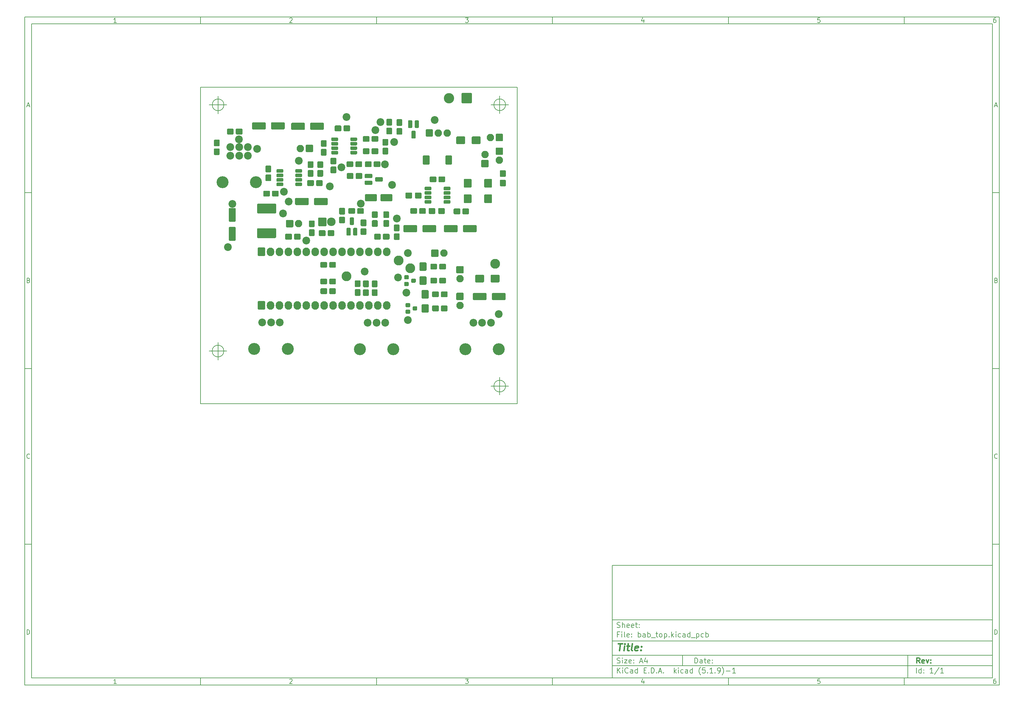
<source format=gbr>
G04 #@! TF.GenerationSoftware,KiCad,Pcbnew,(5.1.9)-1*
G04 #@! TF.CreationDate,2021-04-11T12:34:01+02:00*
G04 #@! TF.ProjectId,bab_top,6261625f-746f-4702-9e6b-696361645f70,rev?*
G04 #@! TF.SameCoordinates,Original*
G04 #@! TF.FileFunction,Soldermask,Top*
G04 #@! TF.FilePolarity,Negative*
%FSLAX46Y46*%
G04 Gerber Fmt 4.6, Leading zero omitted, Abs format (unit mm)*
G04 Created by KiCad (PCBNEW (5.1.9)-1) date 2021-04-11 12:34:01*
%MOMM*%
%LPD*%
G01*
G04 APERTURE LIST*
%ADD10C,0.100000*%
%ADD11C,0.150000*%
%ADD12C,0.300000*%
%ADD13C,0.400000*%
G04 #@! TA.AperFunction,Profile*
%ADD14C,0.150000*%
G04 #@! TD*
%ADD15O,2.127200X2.432000*%
%ADD16C,2.940000*%
%ADD17C,2.200000*%
%ADD18C,3.400000*%
%ADD19O,2.432000X2.432000*%
%ADD20O,2.100000X2.100000*%
%ADD21C,2.800000*%
G04 APERTURE END LIST*
D10*
D11*
X177002200Y-166007200D02*
X177002200Y-198007200D01*
X285002200Y-198007200D01*
X285002200Y-166007200D01*
X177002200Y-166007200D01*
D10*
D11*
X10000000Y-10000000D02*
X10000000Y-200007200D01*
X287002200Y-200007200D01*
X287002200Y-10000000D01*
X10000000Y-10000000D01*
D10*
D11*
X12000000Y-12000000D02*
X12000000Y-198007200D01*
X285002200Y-198007200D01*
X285002200Y-12000000D01*
X12000000Y-12000000D01*
D10*
D11*
X60000000Y-12000000D02*
X60000000Y-10000000D01*
D10*
D11*
X110000000Y-12000000D02*
X110000000Y-10000000D01*
D10*
D11*
X160000000Y-12000000D02*
X160000000Y-10000000D01*
D10*
D11*
X210000000Y-12000000D02*
X210000000Y-10000000D01*
D10*
D11*
X260000000Y-12000000D02*
X260000000Y-10000000D01*
D10*
D11*
X36065476Y-11588095D02*
X35322619Y-11588095D01*
X35694047Y-11588095D02*
X35694047Y-10288095D01*
X35570238Y-10473809D01*
X35446428Y-10597619D01*
X35322619Y-10659523D01*
D10*
D11*
X85322619Y-10411904D02*
X85384523Y-10350000D01*
X85508333Y-10288095D01*
X85817857Y-10288095D01*
X85941666Y-10350000D01*
X86003571Y-10411904D01*
X86065476Y-10535714D01*
X86065476Y-10659523D01*
X86003571Y-10845238D01*
X85260714Y-11588095D01*
X86065476Y-11588095D01*
D10*
D11*
X135260714Y-10288095D02*
X136065476Y-10288095D01*
X135632142Y-10783333D01*
X135817857Y-10783333D01*
X135941666Y-10845238D01*
X136003571Y-10907142D01*
X136065476Y-11030952D01*
X136065476Y-11340476D01*
X136003571Y-11464285D01*
X135941666Y-11526190D01*
X135817857Y-11588095D01*
X135446428Y-11588095D01*
X135322619Y-11526190D01*
X135260714Y-11464285D01*
D10*
D11*
X185941666Y-10721428D02*
X185941666Y-11588095D01*
X185632142Y-10226190D02*
X185322619Y-11154761D01*
X186127380Y-11154761D01*
D10*
D11*
X236003571Y-10288095D02*
X235384523Y-10288095D01*
X235322619Y-10907142D01*
X235384523Y-10845238D01*
X235508333Y-10783333D01*
X235817857Y-10783333D01*
X235941666Y-10845238D01*
X236003571Y-10907142D01*
X236065476Y-11030952D01*
X236065476Y-11340476D01*
X236003571Y-11464285D01*
X235941666Y-11526190D01*
X235817857Y-11588095D01*
X235508333Y-11588095D01*
X235384523Y-11526190D01*
X235322619Y-11464285D01*
D10*
D11*
X285941666Y-10288095D02*
X285694047Y-10288095D01*
X285570238Y-10350000D01*
X285508333Y-10411904D01*
X285384523Y-10597619D01*
X285322619Y-10845238D01*
X285322619Y-11340476D01*
X285384523Y-11464285D01*
X285446428Y-11526190D01*
X285570238Y-11588095D01*
X285817857Y-11588095D01*
X285941666Y-11526190D01*
X286003571Y-11464285D01*
X286065476Y-11340476D01*
X286065476Y-11030952D01*
X286003571Y-10907142D01*
X285941666Y-10845238D01*
X285817857Y-10783333D01*
X285570238Y-10783333D01*
X285446428Y-10845238D01*
X285384523Y-10907142D01*
X285322619Y-11030952D01*
D10*
D11*
X60000000Y-198007200D02*
X60000000Y-200007200D01*
D10*
D11*
X110000000Y-198007200D02*
X110000000Y-200007200D01*
D10*
D11*
X160000000Y-198007200D02*
X160000000Y-200007200D01*
D10*
D11*
X210000000Y-198007200D02*
X210000000Y-200007200D01*
D10*
D11*
X260000000Y-198007200D02*
X260000000Y-200007200D01*
D10*
D11*
X36065476Y-199595295D02*
X35322619Y-199595295D01*
X35694047Y-199595295D02*
X35694047Y-198295295D01*
X35570238Y-198481009D01*
X35446428Y-198604819D01*
X35322619Y-198666723D01*
D10*
D11*
X85322619Y-198419104D02*
X85384523Y-198357200D01*
X85508333Y-198295295D01*
X85817857Y-198295295D01*
X85941666Y-198357200D01*
X86003571Y-198419104D01*
X86065476Y-198542914D01*
X86065476Y-198666723D01*
X86003571Y-198852438D01*
X85260714Y-199595295D01*
X86065476Y-199595295D01*
D10*
D11*
X135260714Y-198295295D02*
X136065476Y-198295295D01*
X135632142Y-198790533D01*
X135817857Y-198790533D01*
X135941666Y-198852438D01*
X136003571Y-198914342D01*
X136065476Y-199038152D01*
X136065476Y-199347676D01*
X136003571Y-199471485D01*
X135941666Y-199533390D01*
X135817857Y-199595295D01*
X135446428Y-199595295D01*
X135322619Y-199533390D01*
X135260714Y-199471485D01*
D10*
D11*
X185941666Y-198728628D02*
X185941666Y-199595295D01*
X185632142Y-198233390D02*
X185322619Y-199161961D01*
X186127380Y-199161961D01*
D10*
D11*
X236003571Y-198295295D02*
X235384523Y-198295295D01*
X235322619Y-198914342D01*
X235384523Y-198852438D01*
X235508333Y-198790533D01*
X235817857Y-198790533D01*
X235941666Y-198852438D01*
X236003571Y-198914342D01*
X236065476Y-199038152D01*
X236065476Y-199347676D01*
X236003571Y-199471485D01*
X235941666Y-199533390D01*
X235817857Y-199595295D01*
X235508333Y-199595295D01*
X235384523Y-199533390D01*
X235322619Y-199471485D01*
D10*
D11*
X285941666Y-198295295D02*
X285694047Y-198295295D01*
X285570238Y-198357200D01*
X285508333Y-198419104D01*
X285384523Y-198604819D01*
X285322619Y-198852438D01*
X285322619Y-199347676D01*
X285384523Y-199471485D01*
X285446428Y-199533390D01*
X285570238Y-199595295D01*
X285817857Y-199595295D01*
X285941666Y-199533390D01*
X286003571Y-199471485D01*
X286065476Y-199347676D01*
X286065476Y-199038152D01*
X286003571Y-198914342D01*
X285941666Y-198852438D01*
X285817857Y-198790533D01*
X285570238Y-198790533D01*
X285446428Y-198852438D01*
X285384523Y-198914342D01*
X285322619Y-199038152D01*
D10*
D11*
X10000000Y-60000000D02*
X12000000Y-60000000D01*
D10*
D11*
X10000000Y-110000000D02*
X12000000Y-110000000D01*
D10*
D11*
X10000000Y-160000000D02*
X12000000Y-160000000D01*
D10*
D11*
X10690476Y-35216666D02*
X11309523Y-35216666D01*
X10566666Y-35588095D02*
X11000000Y-34288095D01*
X11433333Y-35588095D01*
D10*
D11*
X11092857Y-84907142D02*
X11278571Y-84969047D01*
X11340476Y-85030952D01*
X11402380Y-85154761D01*
X11402380Y-85340476D01*
X11340476Y-85464285D01*
X11278571Y-85526190D01*
X11154761Y-85588095D01*
X10659523Y-85588095D01*
X10659523Y-84288095D01*
X11092857Y-84288095D01*
X11216666Y-84350000D01*
X11278571Y-84411904D01*
X11340476Y-84535714D01*
X11340476Y-84659523D01*
X11278571Y-84783333D01*
X11216666Y-84845238D01*
X11092857Y-84907142D01*
X10659523Y-84907142D01*
D10*
D11*
X11402380Y-135464285D02*
X11340476Y-135526190D01*
X11154761Y-135588095D01*
X11030952Y-135588095D01*
X10845238Y-135526190D01*
X10721428Y-135402380D01*
X10659523Y-135278571D01*
X10597619Y-135030952D01*
X10597619Y-134845238D01*
X10659523Y-134597619D01*
X10721428Y-134473809D01*
X10845238Y-134350000D01*
X11030952Y-134288095D01*
X11154761Y-134288095D01*
X11340476Y-134350000D01*
X11402380Y-134411904D01*
D10*
D11*
X10659523Y-185588095D02*
X10659523Y-184288095D01*
X10969047Y-184288095D01*
X11154761Y-184350000D01*
X11278571Y-184473809D01*
X11340476Y-184597619D01*
X11402380Y-184845238D01*
X11402380Y-185030952D01*
X11340476Y-185278571D01*
X11278571Y-185402380D01*
X11154761Y-185526190D01*
X10969047Y-185588095D01*
X10659523Y-185588095D01*
D10*
D11*
X287002200Y-60000000D02*
X285002200Y-60000000D01*
D10*
D11*
X287002200Y-110000000D02*
X285002200Y-110000000D01*
D10*
D11*
X287002200Y-160000000D02*
X285002200Y-160000000D01*
D10*
D11*
X285692676Y-35216666D02*
X286311723Y-35216666D01*
X285568866Y-35588095D02*
X286002200Y-34288095D01*
X286435533Y-35588095D01*
D10*
D11*
X286095057Y-84907142D02*
X286280771Y-84969047D01*
X286342676Y-85030952D01*
X286404580Y-85154761D01*
X286404580Y-85340476D01*
X286342676Y-85464285D01*
X286280771Y-85526190D01*
X286156961Y-85588095D01*
X285661723Y-85588095D01*
X285661723Y-84288095D01*
X286095057Y-84288095D01*
X286218866Y-84350000D01*
X286280771Y-84411904D01*
X286342676Y-84535714D01*
X286342676Y-84659523D01*
X286280771Y-84783333D01*
X286218866Y-84845238D01*
X286095057Y-84907142D01*
X285661723Y-84907142D01*
D10*
D11*
X286404580Y-135464285D02*
X286342676Y-135526190D01*
X286156961Y-135588095D01*
X286033152Y-135588095D01*
X285847438Y-135526190D01*
X285723628Y-135402380D01*
X285661723Y-135278571D01*
X285599819Y-135030952D01*
X285599819Y-134845238D01*
X285661723Y-134597619D01*
X285723628Y-134473809D01*
X285847438Y-134350000D01*
X286033152Y-134288095D01*
X286156961Y-134288095D01*
X286342676Y-134350000D01*
X286404580Y-134411904D01*
D10*
D11*
X285661723Y-185588095D02*
X285661723Y-184288095D01*
X285971247Y-184288095D01*
X286156961Y-184350000D01*
X286280771Y-184473809D01*
X286342676Y-184597619D01*
X286404580Y-184845238D01*
X286404580Y-185030952D01*
X286342676Y-185278571D01*
X286280771Y-185402380D01*
X286156961Y-185526190D01*
X285971247Y-185588095D01*
X285661723Y-185588095D01*
D10*
D11*
X200434342Y-193785771D02*
X200434342Y-192285771D01*
X200791485Y-192285771D01*
X201005771Y-192357200D01*
X201148628Y-192500057D01*
X201220057Y-192642914D01*
X201291485Y-192928628D01*
X201291485Y-193142914D01*
X201220057Y-193428628D01*
X201148628Y-193571485D01*
X201005771Y-193714342D01*
X200791485Y-193785771D01*
X200434342Y-193785771D01*
X202577200Y-193785771D02*
X202577200Y-193000057D01*
X202505771Y-192857200D01*
X202362914Y-192785771D01*
X202077200Y-192785771D01*
X201934342Y-192857200D01*
X202577200Y-193714342D02*
X202434342Y-193785771D01*
X202077200Y-193785771D01*
X201934342Y-193714342D01*
X201862914Y-193571485D01*
X201862914Y-193428628D01*
X201934342Y-193285771D01*
X202077200Y-193214342D01*
X202434342Y-193214342D01*
X202577200Y-193142914D01*
X203077200Y-192785771D02*
X203648628Y-192785771D01*
X203291485Y-192285771D02*
X203291485Y-193571485D01*
X203362914Y-193714342D01*
X203505771Y-193785771D01*
X203648628Y-193785771D01*
X204720057Y-193714342D02*
X204577200Y-193785771D01*
X204291485Y-193785771D01*
X204148628Y-193714342D01*
X204077200Y-193571485D01*
X204077200Y-193000057D01*
X204148628Y-192857200D01*
X204291485Y-192785771D01*
X204577200Y-192785771D01*
X204720057Y-192857200D01*
X204791485Y-193000057D01*
X204791485Y-193142914D01*
X204077200Y-193285771D01*
X205434342Y-193642914D02*
X205505771Y-193714342D01*
X205434342Y-193785771D01*
X205362914Y-193714342D01*
X205434342Y-193642914D01*
X205434342Y-193785771D01*
X205434342Y-192857200D02*
X205505771Y-192928628D01*
X205434342Y-193000057D01*
X205362914Y-192928628D01*
X205434342Y-192857200D01*
X205434342Y-193000057D01*
D10*
D11*
X177002200Y-194507200D02*
X285002200Y-194507200D01*
D10*
D11*
X178434342Y-196585771D02*
X178434342Y-195085771D01*
X179291485Y-196585771D02*
X178648628Y-195728628D01*
X179291485Y-195085771D02*
X178434342Y-195942914D01*
X179934342Y-196585771D02*
X179934342Y-195585771D01*
X179934342Y-195085771D02*
X179862914Y-195157200D01*
X179934342Y-195228628D01*
X180005771Y-195157200D01*
X179934342Y-195085771D01*
X179934342Y-195228628D01*
X181505771Y-196442914D02*
X181434342Y-196514342D01*
X181220057Y-196585771D01*
X181077200Y-196585771D01*
X180862914Y-196514342D01*
X180720057Y-196371485D01*
X180648628Y-196228628D01*
X180577200Y-195942914D01*
X180577200Y-195728628D01*
X180648628Y-195442914D01*
X180720057Y-195300057D01*
X180862914Y-195157200D01*
X181077200Y-195085771D01*
X181220057Y-195085771D01*
X181434342Y-195157200D01*
X181505771Y-195228628D01*
X182791485Y-196585771D02*
X182791485Y-195800057D01*
X182720057Y-195657200D01*
X182577200Y-195585771D01*
X182291485Y-195585771D01*
X182148628Y-195657200D01*
X182791485Y-196514342D02*
X182648628Y-196585771D01*
X182291485Y-196585771D01*
X182148628Y-196514342D01*
X182077200Y-196371485D01*
X182077200Y-196228628D01*
X182148628Y-196085771D01*
X182291485Y-196014342D01*
X182648628Y-196014342D01*
X182791485Y-195942914D01*
X184148628Y-196585771D02*
X184148628Y-195085771D01*
X184148628Y-196514342D02*
X184005771Y-196585771D01*
X183720057Y-196585771D01*
X183577200Y-196514342D01*
X183505771Y-196442914D01*
X183434342Y-196300057D01*
X183434342Y-195871485D01*
X183505771Y-195728628D01*
X183577200Y-195657200D01*
X183720057Y-195585771D01*
X184005771Y-195585771D01*
X184148628Y-195657200D01*
X186005771Y-195800057D02*
X186505771Y-195800057D01*
X186720057Y-196585771D02*
X186005771Y-196585771D01*
X186005771Y-195085771D01*
X186720057Y-195085771D01*
X187362914Y-196442914D02*
X187434342Y-196514342D01*
X187362914Y-196585771D01*
X187291485Y-196514342D01*
X187362914Y-196442914D01*
X187362914Y-196585771D01*
X188077200Y-196585771D02*
X188077200Y-195085771D01*
X188434342Y-195085771D01*
X188648628Y-195157200D01*
X188791485Y-195300057D01*
X188862914Y-195442914D01*
X188934342Y-195728628D01*
X188934342Y-195942914D01*
X188862914Y-196228628D01*
X188791485Y-196371485D01*
X188648628Y-196514342D01*
X188434342Y-196585771D01*
X188077200Y-196585771D01*
X189577200Y-196442914D02*
X189648628Y-196514342D01*
X189577200Y-196585771D01*
X189505771Y-196514342D01*
X189577200Y-196442914D01*
X189577200Y-196585771D01*
X190220057Y-196157200D02*
X190934342Y-196157200D01*
X190077200Y-196585771D02*
X190577200Y-195085771D01*
X191077200Y-196585771D01*
X191577200Y-196442914D02*
X191648628Y-196514342D01*
X191577200Y-196585771D01*
X191505771Y-196514342D01*
X191577200Y-196442914D01*
X191577200Y-196585771D01*
X194577200Y-196585771D02*
X194577200Y-195085771D01*
X194720057Y-196014342D02*
X195148628Y-196585771D01*
X195148628Y-195585771D02*
X194577200Y-196157200D01*
X195791485Y-196585771D02*
X195791485Y-195585771D01*
X195791485Y-195085771D02*
X195720057Y-195157200D01*
X195791485Y-195228628D01*
X195862914Y-195157200D01*
X195791485Y-195085771D01*
X195791485Y-195228628D01*
X197148628Y-196514342D02*
X197005771Y-196585771D01*
X196720057Y-196585771D01*
X196577200Y-196514342D01*
X196505771Y-196442914D01*
X196434342Y-196300057D01*
X196434342Y-195871485D01*
X196505771Y-195728628D01*
X196577200Y-195657200D01*
X196720057Y-195585771D01*
X197005771Y-195585771D01*
X197148628Y-195657200D01*
X198434342Y-196585771D02*
X198434342Y-195800057D01*
X198362914Y-195657200D01*
X198220057Y-195585771D01*
X197934342Y-195585771D01*
X197791485Y-195657200D01*
X198434342Y-196514342D02*
X198291485Y-196585771D01*
X197934342Y-196585771D01*
X197791485Y-196514342D01*
X197720057Y-196371485D01*
X197720057Y-196228628D01*
X197791485Y-196085771D01*
X197934342Y-196014342D01*
X198291485Y-196014342D01*
X198434342Y-195942914D01*
X199791485Y-196585771D02*
X199791485Y-195085771D01*
X199791485Y-196514342D02*
X199648628Y-196585771D01*
X199362914Y-196585771D01*
X199220057Y-196514342D01*
X199148628Y-196442914D01*
X199077200Y-196300057D01*
X199077200Y-195871485D01*
X199148628Y-195728628D01*
X199220057Y-195657200D01*
X199362914Y-195585771D01*
X199648628Y-195585771D01*
X199791485Y-195657200D01*
X202077200Y-197157200D02*
X202005771Y-197085771D01*
X201862914Y-196871485D01*
X201791485Y-196728628D01*
X201720057Y-196514342D01*
X201648628Y-196157200D01*
X201648628Y-195871485D01*
X201720057Y-195514342D01*
X201791485Y-195300057D01*
X201862914Y-195157200D01*
X202005771Y-194942914D01*
X202077200Y-194871485D01*
X203362914Y-195085771D02*
X202648628Y-195085771D01*
X202577200Y-195800057D01*
X202648628Y-195728628D01*
X202791485Y-195657200D01*
X203148628Y-195657200D01*
X203291485Y-195728628D01*
X203362914Y-195800057D01*
X203434342Y-195942914D01*
X203434342Y-196300057D01*
X203362914Y-196442914D01*
X203291485Y-196514342D01*
X203148628Y-196585771D01*
X202791485Y-196585771D01*
X202648628Y-196514342D01*
X202577200Y-196442914D01*
X204077200Y-196442914D02*
X204148628Y-196514342D01*
X204077200Y-196585771D01*
X204005771Y-196514342D01*
X204077200Y-196442914D01*
X204077200Y-196585771D01*
X205577200Y-196585771D02*
X204720057Y-196585771D01*
X205148628Y-196585771D02*
X205148628Y-195085771D01*
X205005771Y-195300057D01*
X204862914Y-195442914D01*
X204720057Y-195514342D01*
X206220057Y-196442914D02*
X206291485Y-196514342D01*
X206220057Y-196585771D01*
X206148628Y-196514342D01*
X206220057Y-196442914D01*
X206220057Y-196585771D01*
X207005771Y-196585771D02*
X207291485Y-196585771D01*
X207434342Y-196514342D01*
X207505771Y-196442914D01*
X207648628Y-196228628D01*
X207720057Y-195942914D01*
X207720057Y-195371485D01*
X207648628Y-195228628D01*
X207577200Y-195157200D01*
X207434342Y-195085771D01*
X207148628Y-195085771D01*
X207005771Y-195157200D01*
X206934342Y-195228628D01*
X206862914Y-195371485D01*
X206862914Y-195728628D01*
X206934342Y-195871485D01*
X207005771Y-195942914D01*
X207148628Y-196014342D01*
X207434342Y-196014342D01*
X207577200Y-195942914D01*
X207648628Y-195871485D01*
X207720057Y-195728628D01*
X208220057Y-197157200D02*
X208291485Y-197085771D01*
X208434342Y-196871485D01*
X208505771Y-196728628D01*
X208577200Y-196514342D01*
X208648628Y-196157200D01*
X208648628Y-195871485D01*
X208577200Y-195514342D01*
X208505771Y-195300057D01*
X208434342Y-195157200D01*
X208291485Y-194942914D01*
X208220057Y-194871485D01*
X209362914Y-196014342D02*
X210505771Y-196014342D01*
X212005771Y-196585771D02*
X211148628Y-196585771D01*
X211577200Y-196585771D02*
X211577200Y-195085771D01*
X211434342Y-195300057D01*
X211291485Y-195442914D01*
X211148628Y-195514342D01*
D10*
D11*
X177002200Y-191507200D02*
X285002200Y-191507200D01*
D10*
D12*
X264411485Y-193785771D02*
X263911485Y-193071485D01*
X263554342Y-193785771D02*
X263554342Y-192285771D01*
X264125771Y-192285771D01*
X264268628Y-192357200D01*
X264340057Y-192428628D01*
X264411485Y-192571485D01*
X264411485Y-192785771D01*
X264340057Y-192928628D01*
X264268628Y-193000057D01*
X264125771Y-193071485D01*
X263554342Y-193071485D01*
X265625771Y-193714342D02*
X265482914Y-193785771D01*
X265197200Y-193785771D01*
X265054342Y-193714342D01*
X264982914Y-193571485D01*
X264982914Y-193000057D01*
X265054342Y-192857200D01*
X265197200Y-192785771D01*
X265482914Y-192785771D01*
X265625771Y-192857200D01*
X265697200Y-193000057D01*
X265697200Y-193142914D01*
X264982914Y-193285771D01*
X266197200Y-192785771D02*
X266554342Y-193785771D01*
X266911485Y-192785771D01*
X267482914Y-193642914D02*
X267554342Y-193714342D01*
X267482914Y-193785771D01*
X267411485Y-193714342D01*
X267482914Y-193642914D01*
X267482914Y-193785771D01*
X267482914Y-192857200D02*
X267554342Y-192928628D01*
X267482914Y-193000057D01*
X267411485Y-192928628D01*
X267482914Y-192857200D01*
X267482914Y-193000057D01*
D10*
D11*
X178362914Y-193714342D02*
X178577200Y-193785771D01*
X178934342Y-193785771D01*
X179077200Y-193714342D01*
X179148628Y-193642914D01*
X179220057Y-193500057D01*
X179220057Y-193357200D01*
X179148628Y-193214342D01*
X179077200Y-193142914D01*
X178934342Y-193071485D01*
X178648628Y-193000057D01*
X178505771Y-192928628D01*
X178434342Y-192857200D01*
X178362914Y-192714342D01*
X178362914Y-192571485D01*
X178434342Y-192428628D01*
X178505771Y-192357200D01*
X178648628Y-192285771D01*
X179005771Y-192285771D01*
X179220057Y-192357200D01*
X179862914Y-193785771D02*
X179862914Y-192785771D01*
X179862914Y-192285771D02*
X179791485Y-192357200D01*
X179862914Y-192428628D01*
X179934342Y-192357200D01*
X179862914Y-192285771D01*
X179862914Y-192428628D01*
X180434342Y-192785771D02*
X181220057Y-192785771D01*
X180434342Y-193785771D01*
X181220057Y-193785771D01*
X182362914Y-193714342D02*
X182220057Y-193785771D01*
X181934342Y-193785771D01*
X181791485Y-193714342D01*
X181720057Y-193571485D01*
X181720057Y-193000057D01*
X181791485Y-192857200D01*
X181934342Y-192785771D01*
X182220057Y-192785771D01*
X182362914Y-192857200D01*
X182434342Y-193000057D01*
X182434342Y-193142914D01*
X181720057Y-193285771D01*
X183077200Y-193642914D02*
X183148628Y-193714342D01*
X183077200Y-193785771D01*
X183005771Y-193714342D01*
X183077200Y-193642914D01*
X183077200Y-193785771D01*
X183077200Y-192857200D02*
X183148628Y-192928628D01*
X183077200Y-193000057D01*
X183005771Y-192928628D01*
X183077200Y-192857200D01*
X183077200Y-193000057D01*
X184862914Y-193357200D02*
X185577200Y-193357200D01*
X184720057Y-193785771D02*
X185220057Y-192285771D01*
X185720057Y-193785771D01*
X186862914Y-192785771D02*
X186862914Y-193785771D01*
X186505771Y-192214342D02*
X186148628Y-193285771D01*
X187077200Y-193285771D01*
D10*
D11*
X263434342Y-196585771D02*
X263434342Y-195085771D01*
X264791485Y-196585771D02*
X264791485Y-195085771D01*
X264791485Y-196514342D02*
X264648628Y-196585771D01*
X264362914Y-196585771D01*
X264220057Y-196514342D01*
X264148628Y-196442914D01*
X264077200Y-196300057D01*
X264077200Y-195871485D01*
X264148628Y-195728628D01*
X264220057Y-195657200D01*
X264362914Y-195585771D01*
X264648628Y-195585771D01*
X264791485Y-195657200D01*
X265505771Y-196442914D02*
X265577200Y-196514342D01*
X265505771Y-196585771D01*
X265434342Y-196514342D01*
X265505771Y-196442914D01*
X265505771Y-196585771D01*
X265505771Y-195657200D02*
X265577200Y-195728628D01*
X265505771Y-195800057D01*
X265434342Y-195728628D01*
X265505771Y-195657200D01*
X265505771Y-195800057D01*
X268148628Y-196585771D02*
X267291485Y-196585771D01*
X267720057Y-196585771D02*
X267720057Y-195085771D01*
X267577200Y-195300057D01*
X267434342Y-195442914D01*
X267291485Y-195514342D01*
X269862914Y-195014342D02*
X268577200Y-196942914D01*
X271148628Y-196585771D02*
X270291485Y-196585771D01*
X270720057Y-196585771D02*
X270720057Y-195085771D01*
X270577200Y-195300057D01*
X270434342Y-195442914D01*
X270291485Y-195514342D01*
D10*
D11*
X177002200Y-187507200D02*
X285002200Y-187507200D01*
D10*
D13*
X178714580Y-188211961D02*
X179857438Y-188211961D01*
X179036009Y-190211961D02*
X179286009Y-188211961D01*
X180274104Y-190211961D02*
X180440771Y-188878628D01*
X180524104Y-188211961D02*
X180416961Y-188307200D01*
X180500295Y-188402438D01*
X180607438Y-188307200D01*
X180524104Y-188211961D01*
X180500295Y-188402438D01*
X181107438Y-188878628D02*
X181869342Y-188878628D01*
X181476485Y-188211961D02*
X181262200Y-189926247D01*
X181333628Y-190116723D01*
X181512200Y-190211961D01*
X181702676Y-190211961D01*
X182655057Y-190211961D02*
X182476485Y-190116723D01*
X182405057Y-189926247D01*
X182619342Y-188211961D01*
X184190771Y-190116723D02*
X183988390Y-190211961D01*
X183607438Y-190211961D01*
X183428866Y-190116723D01*
X183357438Y-189926247D01*
X183452676Y-189164342D01*
X183571723Y-188973866D01*
X183774104Y-188878628D01*
X184155057Y-188878628D01*
X184333628Y-188973866D01*
X184405057Y-189164342D01*
X184381247Y-189354819D01*
X183405057Y-189545295D01*
X185155057Y-190021485D02*
X185238390Y-190116723D01*
X185131247Y-190211961D01*
X185047914Y-190116723D01*
X185155057Y-190021485D01*
X185131247Y-190211961D01*
X185286009Y-188973866D02*
X185369342Y-189069104D01*
X185262200Y-189164342D01*
X185178866Y-189069104D01*
X185286009Y-188973866D01*
X185262200Y-189164342D01*
D10*
D11*
X178934342Y-185600057D02*
X178434342Y-185600057D01*
X178434342Y-186385771D02*
X178434342Y-184885771D01*
X179148628Y-184885771D01*
X179720057Y-186385771D02*
X179720057Y-185385771D01*
X179720057Y-184885771D02*
X179648628Y-184957200D01*
X179720057Y-185028628D01*
X179791485Y-184957200D01*
X179720057Y-184885771D01*
X179720057Y-185028628D01*
X180648628Y-186385771D02*
X180505771Y-186314342D01*
X180434342Y-186171485D01*
X180434342Y-184885771D01*
X181791485Y-186314342D02*
X181648628Y-186385771D01*
X181362914Y-186385771D01*
X181220057Y-186314342D01*
X181148628Y-186171485D01*
X181148628Y-185600057D01*
X181220057Y-185457200D01*
X181362914Y-185385771D01*
X181648628Y-185385771D01*
X181791485Y-185457200D01*
X181862914Y-185600057D01*
X181862914Y-185742914D01*
X181148628Y-185885771D01*
X182505771Y-186242914D02*
X182577200Y-186314342D01*
X182505771Y-186385771D01*
X182434342Y-186314342D01*
X182505771Y-186242914D01*
X182505771Y-186385771D01*
X182505771Y-185457200D02*
X182577200Y-185528628D01*
X182505771Y-185600057D01*
X182434342Y-185528628D01*
X182505771Y-185457200D01*
X182505771Y-185600057D01*
X184362914Y-186385771D02*
X184362914Y-184885771D01*
X184362914Y-185457200D02*
X184505771Y-185385771D01*
X184791485Y-185385771D01*
X184934342Y-185457200D01*
X185005771Y-185528628D01*
X185077200Y-185671485D01*
X185077200Y-186100057D01*
X185005771Y-186242914D01*
X184934342Y-186314342D01*
X184791485Y-186385771D01*
X184505771Y-186385771D01*
X184362914Y-186314342D01*
X186362914Y-186385771D02*
X186362914Y-185600057D01*
X186291485Y-185457200D01*
X186148628Y-185385771D01*
X185862914Y-185385771D01*
X185720057Y-185457200D01*
X186362914Y-186314342D02*
X186220057Y-186385771D01*
X185862914Y-186385771D01*
X185720057Y-186314342D01*
X185648628Y-186171485D01*
X185648628Y-186028628D01*
X185720057Y-185885771D01*
X185862914Y-185814342D01*
X186220057Y-185814342D01*
X186362914Y-185742914D01*
X187077200Y-186385771D02*
X187077200Y-184885771D01*
X187077200Y-185457200D02*
X187220057Y-185385771D01*
X187505771Y-185385771D01*
X187648628Y-185457200D01*
X187720057Y-185528628D01*
X187791485Y-185671485D01*
X187791485Y-186100057D01*
X187720057Y-186242914D01*
X187648628Y-186314342D01*
X187505771Y-186385771D01*
X187220057Y-186385771D01*
X187077200Y-186314342D01*
X188077200Y-186528628D02*
X189220057Y-186528628D01*
X189362914Y-185385771D02*
X189934342Y-185385771D01*
X189577200Y-184885771D02*
X189577200Y-186171485D01*
X189648628Y-186314342D01*
X189791485Y-186385771D01*
X189934342Y-186385771D01*
X190648628Y-186385771D02*
X190505771Y-186314342D01*
X190434342Y-186242914D01*
X190362914Y-186100057D01*
X190362914Y-185671485D01*
X190434342Y-185528628D01*
X190505771Y-185457200D01*
X190648628Y-185385771D01*
X190862914Y-185385771D01*
X191005771Y-185457200D01*
X191077200Y-185528628D01*
X191148628Y-185671485D01*
X191148628Y-186100057D01*
X191077200Y-186242914D01*
X191005771Y-186314342D01*
X190862914Y-186385771D01*
X190648628Y-186385771D01*
X191791485Y-185385771D02*
X191791485Y-186885771D01*
X191791485Y-185457200D02*
X191934342Y-185385771D01*
X192220057Y-185385771D01*
X192362914Y-185457200D01*
X192434342Y-185528628D01*
X192505771Y-185671485D01*
X192505771Y-186100057D01*
X192434342Y-186242914D01*
X192362914Y-186314342D01*
X192220057Y-186385771D01*
X191934342Y-186385771D01*
X191791485Y-186314342D01*
X193148628Y-186242914D02*
X193220057Y-186314342D01*
X193148628Y-186385771D01*
X193077200Y-186314342D01*
X193148628Y-186242914D01*
X193148628Y-186385771D01*
X193862914Y-186385771D02*
X193862914Y-184885771D01*
X194005771Y-185814342D02*
X194434342Y-186385771D01*
X194434342Y-185385771D02*
X193862914Y-185957200D01*
X195077200Y-186385771D02*
X195077200Y-185385771D01*
X195077200Y-184885771D02*
X195005771Y-184957200D01*
X195077200Y-185028628D01*
X195148628Y-184957200D01*
X195077200Y-184885771D01*
X195077200Y-185028628D01*
X196434342Y-186314342D02*
X196291485Y-186385771D01*
X196005771Y-186385771D01*
X195862914Y-186314342D01*
X195791485Y-186242914D01*
X195720057Y-186100057D01*
X195720057Y-185671485D01*
X195791485Y-185528628D01*
X195862914Y-185457200D01*
X196005771Y-185385771D01*
X196291485Y-185385771D01*
X196434342Y-185457200D01*
X197720057Y-186385771D02*
X197720057Y-185600057D01*
X197648628Y-185457200D01*
X197505771Y-185385771D01*
X197220057Y-185385771D01*
X197077200Y-185457200D01*
X197720057Y-186314342D02*
X197577200Y-186385771D01*
X197220057Y-186385771D01*
X197077200Y-186314342D01*
X197005771Y-186171485D01*
X197005771Y-186028628D01*
X197077200Y-185885771D01*
X197220057Y-185814342D01*
X197577200Y-185814342D01*
X197720057Y-185742914D01*
X199077200Y-186385771D02*
X199077200Y-184885771D01*
X199077200Y-186314342D02*
X198934342Y-186385771D01*
X198648628Y-186385771D01*
X198505771Y-186314342D01*
X198434342Y-186242914D01*
X198362914Y-186100057D01*
X198362914Y-185671485D01*
X198434342Y-185528628D01*
X198505771Y-185457200D01*
X198648628Y-185385771D01*
X198934342Y-185385771D01*
X199077200Y-185457200D01*
X199434342Y-186528628D02*
X200577200Y-186528628D01*
X200934342Y-185385771D02*
X200934342Y-186885771D01*
X200934342Y-185457200D02*
X201077200Y-185385771D01*
X201362914Y-185385771D01*
X201505771Y-185457200D01*
X201577200Y-185528628D01*
X201648628Y-185671485D01*
X201648628Y-186100057D01*
X201577200Y-186242914D01*
X201505771Y-186314342D01*
X201362914Y-186385771D01*
X201077200Y-186385771D01*
X200934342Y-186314342D01*
X202934342Y-186314342D02*
X202791485Y-186385771D01*
X202505771Y-186385771D01*
X202362914Y-186314342D01*
X202291485Y-186242914D01*
X202220057Y-186100057D01*
X202220057Y-185671485D01*
X202291485Y-185528628D01*
X202362914Y-185457200D01*
X202505771Y-185385771D01*
X202791485Y-185385771D01*
X202934342Y-185457200D01*
X203577200Y-186385771D02*
X203577200Y-184885771D01*
X203577200Y-185457200D02*
X203720057Y-185385771D01*
X204005771Y-185385771D01*
X204148628Y-185457200D01*
X204220057Y-185528628D01*
X204291485Y-185671485D01*
X204291485Y-186100057D01*
X204220057Y-186242914D01*
X204148628Y-186314342D01*
X204005771Y-186385771D01*
X203720057Y-186385771D01*
X203577200Y-186314342D01*
D10*
D11*
X177002200Y-181507200D02*
X285002200Y-181507200D01*
D10*
D11*
X178362914Y-183614342D02*
X178577200Y-183685771D01*
X178934342Y-183685771D01*
X179077200Y-183614342D01*
X179148628Y-183542914D01*
X179220057Y-183400057D01*
X179220057Y-183257200D01*
X179148628Y-183114342D01*
X179077200Y-183042914D01*
X178934342Y-182971485D01*
X178648628Y-182900057D01*
X178505771Y-182828628D01*
X178434342Y-182757200D01*
X178362914Y-182614342D01*
X178362914Y-182471485D01*
X178434342Y-182328628D01*
X178505771Y-182257200D01*
X178648628Y-182185771D01*
X179005771Y-182185771D01*
X179220057Y-182257200D01*
X179862914Y-183685771D02*
X179862914Y-182185771D01*
X180505771Y-183685771D02*
X180505771Y-182900057D01*
X180434342Y-182757200D01*
X180291485Y-182685771D01*
X180077200Y-182685771D01*
X179934342Y-182757200D01*
X179862914Y-182828628D01*
X181791485Y-183614342D02*
X181648628Y-183685771D01*
X181362914Y-183685771D01*
X181220057Y-183614342D01*
X181148628Y-183471485D01*
X181148628Y-182900057D01*
X181220057Y-182757200D01*
X181362914Y-182685771D01*
X181648628Y-182685771D01*
X181791485Y-182757200D01*
X181862914Y-182900057D01*
X181862914Y-183042914D01*
X181148628Y-183185771D01*
X183077200Y-183614342D02*
X182934342Y-183685771D01*
X182648628Y-183685771D01*
X182505771Y-183614342D01*
X182434342Y-183471485D01*
X182434342Y-182900057D01*
X182505771Y-182757200D01*
X182648628Y-182685771D01*
X182934342Y-182685771D01*
X183077200Y-182757200D01*
X183148628Y-182900057D01*
X183148628Y-183042914D01*
X182434342Y-183185771D01*
X183577200Y-182685771D02*
X184148628Y-182685771D01*
X183791485Y-182185771D02*
X183791485Y-183471485D01*
X183862914Y-183614342D01*
X184005771Y-183685771D01*
X184148628Y-183685771D01*
X184648628Y-183542914D02*
X184720057Y-183614342D01*
X184648628Y-183685771D01*
X184577200Y-183614342D01*
X184648628Y-183542914D01*
X184648628Y-183685771D01*
X184648628Y-182757200D02*
X184720057Y-182828628D01*
X184648628Y-182900057D01*
X184577200Y-182828628D01*
X184648628Y-182757200D01*
X184648628Y-182900057D01*
D10*
D11*
X197002200Y-191507200D02*
X197002200Y-194507200D01*
D10*
D11*
X261002200Y-191507200D02*
X261002200Y-198007200D01*
D14*
X150000000Y-30000000D02*
X150000000Y-120000000D01*
X60000000Y-30000000D02*
X60000000Y-120000000D01*
X150000000Y-30000000D02*
X60000000Y-30000000D01*
X60000000Y-120000000D02*
X150000000Y-120000000D01*
X146666666Y-115000000D02*
G75*
G03*
X146666666Y-115000000I-1666666J0D01*
G01*
X142500000Y-115000000D02*
X147500000Y-115000000D01*
X145000000Y-112500000D02*
X145000000Y-117500000D01*
X66633903Y-35008759D02*
G75*
G03*
X66633903Y-35008759I-1666666J0D01*
G01*
X62467237Y-35008759D02*
X67467237Y-35008759D01*
X64967237Y-32508759D02*
X64967237Y-37508759D01*
X66605474Y-105026938D02*
G75*
G03*
X66605474Y-105026938I-1666666J0D01*
G01*
X62438808Y-105026938D02*
X67438808Y-105026938D01*
X64938808Y-102526938D02*
X64938808Y-107526938D01*
X146666666Y-34989010D02*
G75*
G03*
X146666666Y-34989010I-1666666J0D01*
G01*
X142500000Y-34989010D02*
X147500000Y-34989010D01*
X145000000Y-32489010D02*
X145000000Y-37489010D01*
G36*
G01*
X92250000Y-63300000D02*
X92250000Y-61700000D01*
G75*
G02*
X92450000Y-61500000I200000J0D01*
G01*
X95950000Y-61500000D01*
G75*
G02*
X96150000Y-61700000I0J-200000D01*
G01*
X96150000Y-63300000D01*
G75*
G02*
X95950000Y-63500000I-200000J0D01*
G01*
X92450000Y-63500000D01*
G75*
G02*
X92250000Y-63300000I0J200000D01*
G01*
G37*
G36*
G01*
X86850000Y-63300000D02*
X86850000Y-61700000D01*
G75*
G02*
X87050000Y-61500000I200000J0D01*
G01*
X90550000Y-61500000D01*
G75*
G02*
X90750000Y-61700000I0J-200000D01*
G01*
X90750000Y-63300000D01*
G75*
G02*
X90550000Y-63500000I-200000J0D01*
G01*
X87050000Y-63500000D01*
G75*
G02*
X86850000Y-63300000I0J200000D01*
G01*
G37*
G36*
G01*
X76436400Y-75584000D02*
X78163600Y-75584000D01*
G75*
G02*
X78363600Y-75784000I0J-200000D01*
G01*
X78363600Y-77816000D01*
G75*
G02*
X78163600Y-78016000I-200000J0D01*
G01*
X76436400Y-78016000D01*
G75*
G02*
X76236400Y-77816000I0J200000D01*
G01*
X76236400Y-75784000D01*
G75*
G02*
X76436400Y-75584000I200000J0D01*
G01*
G37*
D15*
X79840000Y-76800000D03*
X82380000Y-76800000D03*
X84920000Y-76800000D03*
X87460000Y-76800000D03*
X90000000Y-76800000D03*
X92540000Y-76800000D03*
X95080000Y-76800000D03*
X97620000Y-76800000D03*
X100160000Y-76800000D03*
X102700000Y-76800000D03*
X105240000Y-76800000D03*
X107780000Y-76800000D03*
X110320000Y-76800000D03*
X112860000Y-76800000D03*
G36*
G01*
X76436400Y-90824000D02*
X78163600Y-90824000D01*
G75*
G02*
X78363600Y-91024000I0J-200000D01*
G01*
X78363600Y-93056000D01*
G75*
G02*
X78163600Y-93256000I-200000J0D01*
G01*
X76436400Y-93256000D01*
G75*
G02*
X76236400Y-93056000I0J200000D01*
G01*
X76236400Y-91024000D01*
G75*
G02*
X76436400Y-90824000I200000J0D01*
G01*
G37*
X79840000Y-92040000D03*
X82380000Y-92040000D03*
X84920000Y-92040000D03*
X87460000Y-92040000D03*
X90000000Y-92040000D03*
X92540000Y-92040000D03*
X95080000Y-92040000D03*
X97620000Y-92040000D03*
X100160000Y-92040000D03*
X102700000Y-92040000D03*
X105240000Y-92040000D03*
X107780000Y-92040000D03*
X110320000Y-92040000D03*
X112860000Y-92040000D03*
G36*
G01*
X137110000Y-31830000D02*
X137110000Y-34370000D01*
G75*
G02*
X136910000Y-34570000I-200000J0D01*
G01*
X134370000Y-34570000D01*
G75*
G02*
X134170000Y-34370000I0J200000D01*
G01*
X134170000Y-31830000D01*
G75*
G02*
X134370000Y-31630000I200000J0D01*
G01*
X136910000Y-31630000D01*
G75*
G02*
X137110000Y-31830000I0J-200000D01*
G01*
G37*
D16*
X130560000Y-33100000D03*
G36*
G01*
X138050070Y-85300430D02*
X138050070Y-83499570D01*
G75*
G02*
X138250070Y-83299570I200000J0D01*
G01*
X140350650Y-83299570D01*
G75*
G02*
X140550650Y-83499570I0J-200000D01*
G01*
X140550650Y-85300430D01*
G75*
G02*
X140350650Y-85500430I-200000J0D01*
G01*
X138250070Y-85500430D01*
G75*
G02*
X138050070Y-85300430I0J200000D01*
G01*
G37*
G36*
G01*
X142449350Y-85300430D02*
X142449350Y-83499570D01*
G75*
G02*
X142649350Y-83299570I200000J0D01*
G01*
X144749930Y-83299570D01*
G75*
G02*
X144949930Y-83499570I0J-200000D01*
G01*
X144949930Y-85300430D01*
G75*
G02*
X144749930Y-85500430I-200000J0D01*
G01*
X142649350Y-85500430D01*
G75*
G02*
X142449350Y-85300430I0J200000D01*
G01*
G37*
D17*
X73450000Y-49500000D03*
X70950000Y-49500000D03*
X68450000Y-49500000D03*
D18*
X75700000Y-57000000D03*
X66200000Y-57000000D03*
D17*
X73450000Y-47000000D03*
X70950000Y-47000000D03*
X68450000Y-47000000D03*
G36*
G01*
X98450000Y-79875000D02*
X98450000Y-81125000D01*
G75*
G02*
X98250000Y-81325000I-200000J0D01*
G01*
X96750000Y-81325000D01*
G75*
G02*
X96550000Y-81125000I0J200000D01*
G01*
X96550000Y-79875000D01*
G75*
G02*
X96750000Y-79675000I200000J0D01*
G01*
X98250000Y-79675000D01*
G75*
G02*
X98450000Y-79875000I0J-200000D01*
G01*
G37*
G36*
G01*
X95950000Y-79875000D02*
X95950000Y-81125000D01*
G75*
G02*
X95750000Y-81325000I-200000J0D01*
G01*
X94250000Y-81325000D01*
G75*
G02*
X94050000Y-81125000I0J200000D01*
G01*
X94050000Y-79875000D01*
G75*
G02*
X94250000Y-79675000I200000J0D01*
G01*
X95750000Y-79675000D01*
G75*
G02*
X95950000Y-79875000I0J-200000D01*
G01*
G37*
G36*
G01*
X110098381Y-89367265D02*
X108848381Y-89367265D01*
G75*
G02*
X108648381Y-89167265I0J200000D01*
G01*
X108648381Y-87667265D01*
G75*
G02*
X108848381Y-87467265I200000J0D01*
G01*
X110098381Y-87467265D01*
G75*
G02*
X110298381Y-87667265I0J-200000D01*
G01*
X110298381Y-89167265D01*
G75*
G02*
X110098381Y-89367265I-200000J0D01*
G01*
G37*
G36*
G01*
X110098381Y-86867265D02*
X108848381Y-86867265D01*
G75*
G02*
X108648381Y-86667265I0J200000D01*
G01*
X108648381Y-85167265D01*
G75*
G02*
X108848381Y-84967265I200000J0D01*
G01*
X110098381Y-84967265D01*
G75*
G02*
X110298381Y-85167265I0J-200000D01*
G01*
X110298381Y-86667265D01*
G75*
G02*
X110098381Y-86867265I-200000J0D01*
G01*
G37*
G36*
G01*
X81250000Y-72900000D02*
X76250000Y-72900000D01*
G75*
G02*
X76050000Y-72700000I0J200000D01*
G01*
X76050000Y-70300000D01*
G75*
G02*
X76250000Y-70100000I200000J0D01*
G01*
X81250000Y-70100000D01*
G75*
G02*
X81450000Y-70300000I0J-200000D01*
G01*
X81450000Y-72700000D01*
G75*
G02*
X81250000Y-72900000I-200000J0D01*
G01*
G37*
G36*
G01*
X81250000Y-65900000D02*
X76250000Y-65900000D01*
G75*
G02*
X76050000Y-65700000I0J200000D01*
G01*
X76050000Y-63300000D01*
G75*
G02*
X76250000Y-63100000I200000J0D01*
G01*
X81250000Y-63100000D01*
G75*
G02*
X81450000Y-63300000I0J-200000D01*
G01*
X81450000Y-65700000D01*
G75*
G02*
X81250000Y-65900000I-200000J0D01*
G01*
G37*
G36*
G01*
X78625000Y-52300000D02*
X79875000Y-52300000D01*
G75*
G02*
X80075000Y-52500000I0J-200000D01*
G01*
X80075000Y-54000000D01*
G75*
G02*
X79875000Y-54200000I-200000J0D01*
G01*
X78625000Y-54200000D01*
G75*
G02*
X78425000Y-54000000I0J200000D01*
G01*
X78425000Y-52500000D01*
G75*
G02*
X78625000Y-52300000I200000J0D01*
G01*
G37*
G36*
G01*
X78625000Y-54800000D02*
X79875000Y-54800000D01*
G75*
G02*
X80075000Y-55000000I0J-200000D01*
G01*
X80075000Y-56500000D01*
G75*
G02*
X79875000Y-56700000I-200000J0D01*
G01*
X78625000Y-56700000D01*
G75*
G02*
X78425000Y-56500000I0J200000D01*
G01*
X78425000Y-55000000D01*
G75*
G02*
X78625000Y-54800000I200000J0D01*
G01*
G37*
G36*
G01*
X93375000Y-51050000D02*
X94625000Y-51050000D01*
G75*
G02*
X94825000Y-51250000I0J-200000D01*
G01*
X94825000Y-52750000D01*
G75*
G02*
X94625000Y-52950000I-200000J0D01*
G01*
X93375000Y-52950000D01*
G75*
G02*
X93175000Y-52750000I0J200000D01*
G01*
X93175000Y-51250000D01*
G75*
G02*
X93375000Y-51050000I200000J0D01*
G01*
G37*
G36*
G01*
X93375000Y-53550000D02*
X94625000Y-53550000D01*
G75*
G02*
X94825000Y-53750000I0J-200000D01*
G01*
X94825000Y-55250000D01*
G75*
G02*
X94625000Y-55450000I-200000J0D01*
G01*
X93375000Y-55450000D01*
G75*
G02*
X93175000Y-55250000I0J200000D01*
G01*
X93175000Y-53750000D01*
G75*
G02*
X93375000Y-53550000I200000J0D01*
G01*
G37*
G36*
G01*
X117125000Y-43500000D02*
X115875000Y-43500000D01*
G75*
G02*
X115675000Y-43300000I0J200000D01*
G01*
X115675000Y-41800000D01*
G75*
G02*
X115875000Y-41600000I200000J0D01*
G01*
X117125000Y-41600000D01*
G75*
G02*
X117325000Y-41800000I0J-200000D01*
G01*
X117325000Y-43300000D01*
G75*
G02*
X117125000Y-43500000I-200000J0D01*
G01*
G37*
G36*
G01*
X117125000Y-41000000D02*
X115875000Y-41000000D01*
G75*
G02*
X115675000Y-40800000I0J200000D01*
G01*
X115675000Y-39300000D01*
G75*
G02*
X115875000Y-39100000I200000J0D01*
G01*
X117125000Y-39100000D01*
G75*
G02*
X117325000Y-39300000I0J-200000D01*
G01*
X117325000Y-40800000D01*
G75*
G02*
X117125000Y-41000000I-200000J0D01*
G01*
G37*
G36*
G01*
X136300000Y-64675000D02*
X136300000Y-65925000D01*
G75*
G02*
X136100000Y-66125000I-200000J0D01*
G01*
X134600000Y-66125000D01*
G75*
G02*
X134400000Y-65925000I0J200000D01*
G01*
X134400000Y-64675000D01*
G75*
G02*
X134600000Y-64475000I200000J0D01*
G01*
X136100000Y-64475000D01*
G75*
G02*
X136300000Y-64675000I0J-200000D01*
G01*
G37*
G36*
G01*
X133800000Y-64675000D02*
X133800000Y-65925000D01*
G75*
G02*
X133600000Y-66125000I-200000J0D01*
G01*
X132100000Y-66125000D01*
G75*
G02*
X131900000Y-65925000I0J200000D01*
G01*
X131900000Y-64675000D01*
G75*
G02*
X132100000Y-64475000I200000J0D01*
G01*
X133600000Y-64475000D01*
G75*
G02*
X133800000Y-64675000I0J-200000D01*
G01*
G37*
G36*
G01*
X125100000Y-56825000D02*
X125100000Y-55575000D01*
G75*
G02*
X125300000Y-55375000I200000J0D01*
G01*
X126800000Y-55375000D01*
G75*
G02*
X127000000Y-55575000I0J-200000D01*
G01*
X127000000Y-56825000D01*
G75*
G02*
X126800000Y-57025000I-200000J0D01*
G01*
X125300000Y-57025000D01*
G75*
G02*
X125100000Y-56825000I0J200000D01*
G01*
G37*
G36*
G01*
X127600000Y-56825000D02*
X127600000Y-55575000D01*
G75*
G02*
X127800000Y-55375000I200000J0D01*
G01*
X129300000Y-55375000D01*
G75*
G02*
X129500000Y-55575000I0J-200000D01*
G01*
X129500000Y-56825000D01*
G75*
G02*
X129300000Y-57025000I-200000J0D01*
G01*
X127800000Y-57025000D01*
G75*
G02*
X127600000Y-56825000I0J200000D01*
G01*
G37*
G36*
G01*
X119600000Y-65825000D02*
X119600000Y-64575000D01*
G75*
G02*
X119800000Y-64375000I200000J0D01*
G01*
X121300000Y-64375000D01*
G75*
G02*
X121500000Y-64575000I0J-200000D01*
G01*
X121500000Y-65825000D01*
G75*
G02*
X121300000Y-66025000I-200000J0D01*
G01*
X119800000Y-66025000D01*
G75*
G02*
X119600000Y-65825000I0J200000D01*
G01*
G37*
G36*
G01*
X122100000Y-65825000D02*
X122100000Y-64575000D01*
G75*
G02*
X122300000Y-64375000I200000J0D01*
G01*
X123800000Y-64375000D01*
G75*
G02*
X124000000Y-64575000I0J-200000D01*
G01*
X124000000Y-65825000D01*
G75*
G02*
X123800000Y-66025000I-200000J0D01*
G01*
X122300000Y-66025000D01*
G75*
G02*
X122100000Y-65825000I0J200000D01*
G01*
G37*
G36*
G01*
X131450000Y-49600000D02*
X131450000Y-51800000D01*
G75*
G02*
X131250000Y-52000000I-200000J0D01*
G01*
X129750000Y-52000000D01*
G75*
G02*
X129550000Y-51800000I0J200000D01*
G01*
X129550000Y-49600000D01*
G75*
G02*
X129750000Y-49400000I200000J0D01*
G01*
X131250000Y-49400000D01*
G75*
G02*
X131450000Y-49600000I0J-200000D01*
G01*
G37*
G36*
G01*
X125050000Y-49600000D02*
X125050000Y-51800000D01*
G75*
G02*
X124850000Y-52000000I-200000J0D01*
G01*
X123350000Y-52000000D01*
G75*
G02*
X123150000Y-51800000I0J200000D01*
G01*
X123150000Y-49600000D01*
G75*
G02*
X123350000Y-49400000I200000J0D01*
G01*
X124850000Y-49400000D01*
G75*
G02*
X125050000Y-49600000I0J-200000D01*
G01*
G37*
G36*
G01*
X103998381Y-84917265D02*
X105248381Y-84917265D01*
G75*
G02*
X105448381Y-85117265I0J-200000D01*
G01*
X105448381Y-86617265D01*
G75*
G02*
X105248381Y-86817265I-200000J0D01*
G01*
X103998381Y-86817265D01*
G75*
G02*
X103798381Y-86617265I0J200000D01*
G01*
X103798381Y-85117265D01*
G75*
G02*
X103998381Y-84917265I200000J0D01*
G01*
G37*
G36*
G01*
X103998381Y-87417265D02*
X105248381Y-87417265D01*
G75*
G02*
X105448381Y-87617265I0J-200000D01*
G01*
X105448381Y-89117265D01*
G75*
G02*
X105248381Y-89317265I-200000J0D01*
G01*
X103998381Y-89317265D01*
G75*
G02*
X103798381Y-89117265I0J200000D01*
G01*
X103798381Y-87617265D01*
G75*
G02*
X103998381Y-87417265I200000J0D01*
G01*
G37*
G36*
G01*
X107598381Y-89367265D02*
X106348381Y-89367265D01*
G75*
G02*
X106148381Y-89167265I0J200000D01*
G01*
X106148381Y-87667265D01*
G75*
G02*
X106348381Y-87467265I200000J0D01*
G01*
X107598381Y-87467265D01*
G75*
G02*
X107798381Y-87667265I0J-200000D01*
G01*
X107798381Y-89167265D01*
G75*
G02*
X107598381Y-89367265I-200000J0D01*
G01*
G37*
G36*
G01*
X107598381Y-86867265D02*
X106348381Y-86867265D01*
G75*
G02*
X106148381Y-86667265I0J200000D01*
G01*
X106148381Y-85167265D01*
G75*
G02*
X106348381Y-84967265I200000J0D01*
G01*
X107598381Y-84967265D01*
G75*
G02*
X107798381Y-85167265I0J-200000D01*
G01*
X107798381Y-86667265D01*
G75*
G02*
X107598381Y-86867265I-200000J0D01*
G01*
G37*
G36*
G01*
X88450000Y-71875000D02*
X88450000Y-73125000D01*
G75*
G02*
X88250000Y-73325000I-200000J0D01*
G01*
X86750000Y-73325000D01*
G75*
G02*
X86550000Y-73125000I0J200000D01*
G01*
X86550000Y-71875000D01*
G75*
G02*
X86750000Y-71675000I200000J0D01*
G01*
X88250000Y-71675000D01*
G75*
G02*
X88450000Y-71875000I0J-200000D01*
G01*
G37*
G36*
G01*
X85950000Y-71875000D02*
X85950000Y-73125000D01*
G75*
G02*
X85750000Y-73325000I-200000J0D01*
G01*
X84250000Y-73325000D01*
G75*
G02*
X84050000Y-73125000I0J200000D01*
G01*
X84050000Y-71875000D01*
G75*
G02*
X84250000Y-71675000I200000J0D01*
G01*
X85750000Y-71675000D01*
G75*
G02*
X85950000Y-71875000I0J-200000D01*
G01*
G37*
G36*
G01*
X82200000Y-59625000D02*
X82200000Y-60875000D01*
G75*
G02*
X82000000Y-61075000I-200000J0D01*
G01*
X80500000Y-61075000D01*
G75*
G02*
X80300000Y-60875000I0J200000D01*
G01*
X80300000Y-59625000D01*
G75*
G02*
X80500000Y-59425000I200000J0D01*
G01*
X82000000Y-59425000D01*
G75*
G02*
X82200000Y-59625000I0J-200000D01*
G01*
G37*
G36*
G01*
X79700000Y-59625000D02*
X79700000Y-60875000D01*
G75*
G02*
X79500000Y-61075000I-200000J0D01*
G01*
X78000000Y-61075000D01*
G75*
G02*
X77800000Y-60875000I0J200000D01*
G01*
X77800000Y-59625000D01*
G75*
G02*
X78000000Y-59425000I200000J0D01*
G01*
X79500000Y-59425000D01*
G75*
G02*
X79700000Y-59625000I0J-200000D01*
G01*
G37*
G36*
G01*
X102500000Y-41075000D02*
X102500000Y-42325000D01*
G75*
G02*
X102300000Y-42525000I-200000J0D01*
G01*
X100800000Y-42525000D01*
G75*
G02*
X100600000Y-42325000I0J200000D01*
G01*
X100600000Y-41075000D01*
G75*
G02*
X100800000Y-40875000I200000J0D01*
G01*
X102300000Y-40875000D01*
G75*
G02*
X102500000Y-41075000I0J-200000D01*
G01*
G37*
G36*
G01*
X100000000Y-41075000D02*
X100000000Y-42325000D01*
G75*
G02*
X99800000Y-42525000I-200000J0D01*
G01*
X98300000Y-42525000D01*
G75*
G02*
X98100000Y-42325000I0J200000D01*
G01*
X98100000Y-41075000D01*
G75*
G02*
X98300000Y-40875000I200000J0D01*
G01*
X99800000Y-40875000D01*
G75*
G02*
X100000000Y-41075000I0J-200000D01*
G01*
G37*
G36*
G01*
X94375000Y-45050000D02*
X95625000Y-45050000D01*
G75*
G02*
X95825000Y-45250000I0J-200000D01*
G01*
X95825000Y-46750000D01*
G75*
G02*
X95625000Y-46950000I-200000J0D01*
G01*
X94375000Y-46950000D01*
G75*
G02*
X94175000Y-46750000I0J200000D01*
G01*
X94175000Y-45250000D01*
G75*
G02*
X94375000Y-45050000I200000J0D01*
G01*
G37*
G36*
G01*
X94375000Y-47550000D02*
X95625000Y-47550000D01*
G75*
G02*
X95825000Y-47750000I0J-200000D01*
G01*
X95825000Y-49250000D01*
G75*
G02*
X95625000Y-49450000I-200000J0D01*
G01*
X94375000Y-49450000D01*
G75*
G02*
X94175000Y-49250000I0J200000D01*
G01*
X94175000Y-47750000D01*
G75*
G02*
X94375000Y-47550000I200000J0D01*
G01*
G37*
G36*
G01*
X65225000Y-49300000D02*
X63975000Y-49300000D01*
G75*
G02*
X63775000Y-49100000I0J200000D01*
G01*
X63775000Y-47600000D01*
G75*
G02*
X63975000Y-47400000I200000J0D01*
G01*
X65225000Y-47400000D01*
G75*
G02*
X65425000Y-47600000I0J-200000D01*
G01*
X65425000Y-49100000D01*
G75*
G02*
X65225000Y-49300000I-200000J0D01*
G01*
G37*
G36*
G01*
X65225000Y-46800000D02*
X63975000Y-46800000D01*
G75*
G02*
X63775000Y-46600000I0J200000D01*
G01*
X63775000Y-45100000D01*
G75*
G02*
X63975000Y-44900000I200000J0D01*
G01*
X65225000Y-44900000D01*
G75*
G02*
X65425000Y-45100000I0J-200000D01*
G01*
X65425000Y-46600000D01*
G75*
G02*
X65225000Y-46800000I-200000J0D01*
G01*
G37*
G36*
G01*
X71900000Y-41975000D02*
X71900000Y-43225000D01*
G75*
G02*
X71700000Y-43425000I-200000J0D01*
G01*
X70200000Y-43425000D01*
G75*
G02*
X70000000Y-43225000I0J200000D01*
G01*
X70000000Y-41975000D01*
G75*
G02*
X70200000Y-41775000I200000J0D01*
G01*
X71700000Y-41775000D01*
G75*
G02*
X71900000Y-41975000I0J-200000D01*
G01*
G37*
G36*
G01*
X69400000Y-41975000D02*
X69400000Y-43225000D01*
G75*
G02*
X69200000Y-43425000I-200000J0D01*
G01*
X67700000Y-43425000D01*
G75*
G02*
X67500000Y-43225000I0J200000D01*
G01*
X67500000Y-41975000D01*
G75*
G02*
X67700000Y-41775000I200000J0D01*
G01*
X69200000Y-41775000D01*
G75*
G02*
X69400000Y-41975000I0J-200000D01*
G01*
G37*
G36*
G01*
X90625000Y-51050000D02*
X91875000Y-51050000D01*
G75*
G02*
X92075000Y-51250000I0J-200000D01*
G01*
X92075000Y-52750000D01*
G75*
G02*
X91875000Y-52950000I-200000J0D01*
G01*
X90625000Y-52950000D01*
G75*
G02*
X90425000Y-52750000I0J200000D01*
G01*
X90425000Y-51250000D01*
G75*
G02*
X90625000Y-51050000I200000J0D01*
G01*
G37*
G36*
G01*
X90625000Y-53550000D02*
X91875000Y-53550000D01*
G75*
G02*
X92075000Y-53750000I0J-200000D01*
G01*
X92075000Y-55250000D01*
G75*
G02*
X91875000Y-55450000I-200000J0D01*
G01*
X90625000Y-55450000D01*
G75*
G02*
X90425000Y-55250000I0J200000D01*
G01*
X90425000Y-53750000D01*
G75*
G02*
X90625000Y-53550000I200000J0D01*
G01*
G37*
G36*
G01*
X90300000Y-57875000D02*
X90300000Y-56625000D01*
G75*
G02*
X90500000Y-56425000I200000J0D01*
G01*
X92000000Y-56425000D01*
G75*
G02*
X92200000Y-56625000I0J-200000D01*
G01*
X92200000Y-57875000D01*
G75*
G02*
X92000000Y-58075000I-200000J0D01*
G01*
X90500000Y-58075000D01*
G75*
G02*
X90300000Y-57875000I0J200000D01*
G01*
G37*
G36*
G01*
X92800000Y-57875000D02*
X92800000Y-56625000D01*
G75*
G02*
X93000000Y-56425000I200000J0D01*
G01*
X94500000Y-56425000D01*
G75*
G02*
X94700000Y-56625000I0J-200000D01*
G01*
X94700000Y-57875000D01*
G75*
G02*
X94500000Y-58075000I-200000J0D01*
G01*
X93000000Y-58075000D01*
G75*
G02*
X92800000Y-57875000I0J200000D01*
G01*
G37*
G36*
G01*
X101500000Y-52525000D02*
X101500000Y-51275000D01*
G75*
G02*
X101700000Y-51075000I200000J0D01*
G01*
X103200000Y-51075000D01*
G75*
G02*
X103400000Y-51275000I0J-200000D01*
G01*
X103400000Y-52525000D01*
G75*
G02*
X103200000Y-52725000I-200000J0D01*
G01*
X101700000Y-52725000D01*
G75*
G02*
X101500000Y-52525000I0J200000D01*
G01*
G37*
G36*
G01*
X104000000Y-52525000D02*
X104000000Y-51275000D01*
G75*
G02*
X104200000Y-51075000I200000J0D01*
G01*
X105700000Y-51075000D01*
G75*
G02*
X105900000Y-51275000I0J-200000D01*
G01*
X105900000Y-52525000D01*
G75*
G02*
X105700000Y-52725000I-200000J0D01*
G01*
X104200000Y-52725000D01*
G75*
G02*
X104000000Y-52525000I0J200000D01*
G01*
G37*
G36*
G01*
X106700000Y-52525000D02*
X106700000Y-51275000D01*
G75*
G02*
X106900000Y-51075000I200000J0D01*
G01*
X108400000Y-51075000D01*
G75*
G02*
X108600000Y-51275000I0J-200000D01*
G01*
X108600000Y-52525000D01*
G75*
G02*
X108400000Y-52725000I-200000J0D01*
G01*
X106900000Y-52725000D01*
G75*
G02*
X106700000Y-52525000I0J200000D01*
G01*
G37*
G36*
G01*
X109200000Y-52525000D02*
X109200000Y-51275000D01*
G75*
G02*
X109400000Y-51075000I200000J0D01*
G01*
X110900000Y-51075000D01*
G75*
G02*
X111100000Y-51275000I0J-200000D01*
G01*
X111100000Y-52525000D01*
G75*
G02*
X110900000Y-52725000I-200000J0D01*
G01*
X109400000Y-52725000D01*
G75*
G02*
X109200000Y-52525000I0J200000D01*
G01*
G37*
G36*
G01*
X111875000Y-44700000D02*
X113125000Y-44700000D01*
G75*
G02*
X113325000Y-44900000I0J-200000D01*
G01*
X113325000Y-46400000D01*
G75*
G02*
X113125000Y-46600000I-200000J0D01*
G01*
X111875000Y-46600000D01*
G75*
G02*
X111675000Y-46400000I0J200000D01*
G01*
X111675000Y-44900000D01*
G75*
G02*
X111875000Y-44700000I200000J0D01*
G01*
G37*
G36*
G01*
X111875000Y-47200000D02*
X113125000Y-47200000D01*
G75*
G02*
X113325000Y-47400000I0J-200000D01*
G01*
X113325000Y-48900000D01*
G75*
G02*
X113125000Y-49100000I-200000J0D01*
G01*
X111875000Y-49100000D01*
G75*
G02*
X111675000Y-48900000I0J200000D01*
G01*
X111675000Y-47400000D01*
G75*
G02*
X111875000Y-47200000I200000J0D01*
G01*
G37*
G36*
G01*
X106100000Y-48825000D02*
X106100000Y-47575000D01*
G75*
G02*
X106300000Y-47375000I200000J0D01*
G01*
X107800000Y-47375000D01*
G75*
G02*
X108000000Y-47575000I0J-200000D01*
G01*
X108000000Y-48825000D01*
G75*
G02*
X107800000Y-49025000I-200000J0D01*
G01*
X106300000Y-49025000D01*
G75*
G02*
X106100000Y-48825000I0J200000D01*
G01*
G37*
G36*
G01*
X108600000Y-48825000D02*
X108600000Y-47575000D01*
G75*
G02*
X108800000Y-47375000I200000J0D01*
G01*
X110300000Y-47375000D01*
G75*
G02*
X110500000Y-47575000I0J-200000D01*
G01*
X110500000Y-48825000D01*
G75*
G02*
X110300000Y-49025000I-200000J0D01*
G01*
X108800000Y-49025000D01*
G75*
G02*
X108600000Y-48825000I0J200000D01*
G01*
G37*
G36*
G01*
X110500000Y-44075000D02*
X110500000Y-45325000D01*
G75*
G02*
X110300000Y-45525000I-200000J0D01*
G01*
X108800000Y-45525000D01*
G75*
G02*
X108600000Y-45325000I0J200000D01*
G01*
X108600000Y-44075000D01*
G75*
G02*
X108800000Y-43875000I200000J0D01*
G01*
X110300000Y-43875000D01*
G75*
G02*
X110500000Y-44075000I0J-200000D01*
G01*
G37*
G36*
G01*
X108000000Y-44075000D02*
X108000000Y-45325000D01*
G75*
G02*
X107800000Y-45525000I-200000J0D01*
G01*
X106300000Y-45525000D01*
G75*
G02*
X106100000Y-45325000I0J200000D01*
G01*
X106100000Y-44075000D01*
G75*
G02*
X106300000Y-43875000I200000J0D01*
G01*
X107800000Y-43875000D01*
G75*
G02*
X108000000Y-44075000I0J-200000D01*
G01*
G37*
G36*
G01*
X114225000Y-43400000D02*
X112975000Y-43400000D01*
G75*
G02*
X112775000Y-43200000I0J200000D01*
G01*
X112775000Y-41700000D01*
G75*
G02*
X112975000Y-41500000I200000J0D01*
G01*
X114225000Y-41500000D01*
G75*
G02*
X114425000Y-41700000I0J-200000D01*
G01*
X114425000Y-43200000D01*
G75*
G02*
X114225000Y-43400000I-200000J0D01*
G01*
G37*
G36*
G01*
X114225000Y-40900000D02*
X112975000Y-40900000D01*
G75*
G02*
X112775000Y-40700000I0J200000D01*
G01*
X112775000Y-39200000D01*
G75*
G02*
X112975000Y-39000000I200000J0D01*
G01*
X114225000Y-39000000D01*
G75*
G02*
X114425000Y-39200000I0J-200000D01*
G01*
X114425000Y-40700000D01*
G75*
G02*
X114225000Y-40900000I-200000J0D01*
G01*
G37*
G36*
G01*
X81525000Y-54095000D02*
X81525000Y-53495000D01*
G75*
G02*
X81725000Y-53295000I200000J0D01*
G01*
X83275000Y-53295000D01*
G75*
G02*
X83475000Y-53495000I0J-200000D01*
G01*
X83475000Y-54095000D01*
G75*
G02*
X83275000Y-54295000I-200000J0D01*
G01*
X81725000Y-54295000D01*
G75*
G02*
X81525000Y-54095000I0J200000D01*
G01*
G37*
G36*
G01*
X81525000Y-55365000D02*
X81525000Y-54765000D01*
G75*
G02*
X81725000Y-54565000I200000J0D01*
G01*
X83275000Y-54565000D01*
G75*
G02*
X83475000Y-54765000I0J-200000D01*
G01*
X83475000Y-55365000D01*
G75*
G02*
X83275000Y-55565000I-200000J0D01*
G01*
X81725000Y-55565000D01*
G75*
G02*
X81525000Y-55365000I0J200000D01*
G01*
G37*
G36*
G01*
X81525000Y-56635000D02*
X81525000Y-56035000D01*
G75*
G02*
X81725000Y-55835000I200000J0D01*
G01*
X83275000Y-55835000D01*
G75*
G02*
X83475000Y-56035000I0J-200000D01*
G01*
X83475000Y-56635000D01*
G75*
G02*
X83275000Y-56835000I-200000J0D01*
G01*
X81725000Y-56835000D01*
G75*
G02*
X81525000Y-56635000I0J200000D01*
G01*
G37*
G36*
G01*
X81525000Y-57905000D02*
X81525000Y-57305000D01*
G75*
G02*
X81725000Y-57105000I200000J0D01*
G01*
X83275000Y-57105000D01*
G75*
G02*
X83475000Y-57305000I0J-200000D01*
G01*
X83475000Y-57905000D01*
G75*
G02*
X83275000Y-58105000I-200000J0D01*
G01*
X81725000Y-58105000D01*
G75*
G02*
X81525000Y-57905000I0J200000D01*
G01*
G37*
G36*
G01*
X86925000Y-57905000D02*
X86925000Y-57305000D01*
G75*
G02*
X87125000Y-57105000I200000J0D01*
G01*
X88675000Y-57105000D01*
G75*
G02*
X88875000Y-57305000I0J-200000D01*
G01*
X88875000Y-57905000D01*
G75*
G02*
X88675000Y-58105000I-200000J0D01*
G01*
X87125000Y-58105000D01*
G75*
G02*
X86925000Y-57905000I0J200000D01*
G01*
G37*
G36*
G01*
X86925000Y-56635000D02*
X86925000Y-56035000D01*
G75*
G02*
X87125000Y-55835000I200000J0D01*
G01*
X88675000Y-55835000D01*
G75*
G02*
X88875000Y-56035000I0J-200000D01*
G01*
X88875000Y-56635000D01*
G75*
G02*
X88675000Y-56835000I-200000J0D01*
G01*
X87125000Y-56835000D01*
G75*
G02*
X86925000Y-56635000I0J200000D01*
G01*
G37*
G36*
G01*
X86925000Y-55365000D02*
X86925000Y-54765000D01*
G75*
G02*
X87125000Y-54565000I200000J0D01*
G01*
X88675000Y-54565000D01*
G75*
G02*
X88875000Y-54765000I0J-200000D01*
G01*
X88875000Y-55365000D01*
G75*
G02*
X88675000Y-55565000I-200000J0D01*
G01*
X87125000Y-55565000D01*
G75*
G02*
X86925000Y-55365000I0J200000D01*
G01*
G37*
G36*
G01*
X86925000Y-54095000D02*
X86925000Y-53495000D01*
G75*
G02*
X87125000Y-53295000I200000J0D01*
G01*
X88675000Y-53295000D01*
G75*
G02*
X88875000Y-53495000I0J-200000D01*
G01*
X88875000Y-54095000D01*
G75*
G02*
X88675000Y-54295000I-200000J0D01*
G01*
X87125000Y-54295000D01*
G75*
G02*
X86925000Y-54095000I0J200000D01*
G01*
G37*
G36*
G01*
X97125000Y-45095000D02*
X97125000Y-44495000D01*
G75*
G02*
X97325000Y-44295000I200000J0D01*
G01*
X98875000Y-44295000D01*
G75*
G02*
X99075000Y-44495000I0J-200000D01*
G01*
X99075000Y-45095000D01*
G75*
G02*
X98875000Y-45295000I-200000J0D01*
G01*
X97325000Y-45295000D01*
G75*
G02*
X97125000Y-45095000I0J200000D01*
G01*
G37*
G36*
G01*
X97125000Y-46365000D02*
X97125000Y-45765000D01*
G75*
G02*
X97325000Y-45565000I200000J0D01*
G01*
X98875000Y-45565000D01*
G75*
G02*
X99075000Y-45765000I0J-200000D01*
G01*
X99075000Y-46365000D01*
G75*
G02*
X98875000Y-46565000I-200000J0D01*
G01*
X97325000Y-46565000D01*
G75*
G02*
X97125000Y-46365000I0J200000D01*
G01*
G37*
G36*
G01*
X97125000Y-47635000D02*
X97125000Y-47035000D01*
G75*
G02*
X97325000Y-46835000I200000J0D01*
G01*
X98875000Y-46835000D01*
G75*
G02*
X99075000Y-47035000I0J-200000D01*
G01*
X99075000Y-47635000D01*
G75*
G02*
X98875000Y-47835000I-200000J0D01*
G01*
X97325000Y-47835000D01*
G75*
G02*
X97125000Y-47635000I0J200000D01*
G01*
G37*
G36*
G01*
X97125000Y-48905000D02*
X97125000Y-48305000D01*
G75*
G02*
X97325000Y-48105000I200000J0D01*
G01*
X98875000Y-48105000D01*
G75*
G02*
X99075000Y-48305000I0J-200000D01*
G01*
X99075000Y-48905000D01*
G75*
G02*
X98875000Y-49105000I-200000J0D01*
G01*
X97325000Y-49105000D01*
G75*
G02*
X97125000Y-48905000I0J200000D01*
G01*
G37*
G36*
G01*
X102525000Y-48905000D02*
X102525000Y-48305000D01*
G75*
G02*
X102725000Y-48105000I200000J0D01*
G01*
X104275000Y-48105000D01*
G75*
G02*
X104475000Y-48305000I0J-200000D01*
G01*
X104475000Y-48905000D01*
G75*
G02*
X104275000Y-49105000I-200000J0D01*
G01*
X102725000Y-49105000D01*
G75*
G02*
X102525000Y-48905000I0J200000D01*
G01*
G37*
G36*
G01*
X102525000Y-47635000D02*
X102525000Y-47035000D01*
G75*
G02*
X102725000Y-46835000I200000J0D01*
G01*
X104275000Y-46835000D01*
G75*
G02*
X104475000Y-47035000I0J-200000D01*
G01*
X104475000Y-47635000D01*
G75*
G02*
X104275000Y-47835000I-200000J0D01*
G01*
X102725000Y-47835000D01*
G75*
G02*
X102525000Y-47635000I0J200000D01*
G01*
G37*
G36*
G01*
X102525000Y-46365000D02*
X102525000Y-45765000D01*
G75*
G02*
X102725000Y-45565000I200000J0D01*
G01*
X104275000Y-45565000D01*
G75*
G02*
X104475000Y-45765000I0J-200000D01*
G01*
X104475000Y-46365000D01*
G75*
G02*
X104275000Y-46565000I-200000J0D01*
G01*
X102725000Y-46565000D01*
G75*
G02*
X102525000Y-46365000I0J200000D01*
G01*
G37*
G36*
G01*
X102525000Y-45095000D02*
X102525000Y-44495000D01*
G75*
G02*
X102725000Y-44295000I200000J0D01*
G01*
X104275000Y-44295000D01*
G75*
G02*
X104475000Y-44495000I0J-200000D01*
G01*
X104475000Y-45095000D01*
G75*
G02*
X104275000Y-45295000I-200000J0D01*
G01*
X102725000Y-45295000D01*
G75*
G02*
X102525000Y-45095000I0J200000D01*
G01*
G37*
G36*
G01*
X123625000Y-59095000D02*
X123625000Y-58495000D01*
G75*
G02*
X123825000Y-58295000I200000J0D01*
G01*
X125375000Y-58295000D01*
G75*
G02*
X125575000Y-58495000I0J-200000D01*
G01*
X125575000Y-59095000D01*
G75*
G02*
X125375000Y-59295000I-200000J0D01*
G01*
X123825000Y-59295000D01*
G75*
G02*
X123625000Y-59095000I0J200000D01*
G01*
G37*
G36*
G01*
X123625000Y-60365000D02*
X123625000Y-59765000D01*
G75*
G02*
X123825000Y-59565000I200000J0D01*
G01*
X125375000Y-59565000D01*
G75*
G02*
X125575000Y-59765000I0J-200000D01*
G01*
X125575000Y-60365000D01*
G75*
G02*
X125375000Y-60565000I-200000J0D01*
G01*
X123825000Y-60565000D01*
G75*
G02*
X123625000Y-60365000I0J200000D01*
G01*
G37*
G36*
G01*
X123625000Y-61635000D02*
X123625000Y-61035000D01*
G75*
G02*
X123825000Y-60835000I200000J0D01*
G01*
X125375000Y-60835000D01*
G75*
G02*
X125575000Y-61035000I0J-200000D01*
G01*
X125575000Y-61635000D01*
G75*
G02*
X125375000Y-61835000I-200000J0D01*
G01*
X123825000Y-61835000D01*
G75*
G02*
X123625000Y-61635000I0J200000D01*
G01*
G37*
G36*
G01*
X123625000Y-62905000D02*
X123625000Y-62305000D01*
G75*
G02*
X123825000Y-62105000I200000J0D01*
G01*
X125375000Y-62105000D01*
G75*
G02*
X125575000Y-62305000I0J-200000D01*
G01*
X125575000Y-62905000D01*
G75*
G02*
X125375000Y-63105000I-200000J0D01*
G01*
X123825000Y-63105000D01*
G75*
G02*
X123625000Y-62905000I0J200000D01*
G01*
G37*
G36*
G01*
X129025000Y-62905000D02*
X129025000Y-62305000D01*
G75*
G02*
X129225000Y-62105000I200000J0D01*
G01*
X130775000Y-62105000D01*
G75*
G02*
X130975000Y-62305000I0J-200000D01*
G01*
X130975000Y-62905000D01*
G75*
G02*
X130775000Y-63105000I-200000J0D01*
G01*
X129225000Y-63105000D01*
G75*
G02*
X129025000Y-62905000I0J200000D01*
G01*
G37*
G36*
G01*
X129025000Y-61635000D02*
X129025000Y-61035000D01*
G75*
G02*
X129225000Y-60835000I200000J0D01*
G01*
X130775000Y-60835000D01*
G75*
G02*
X130975000Y-61035000I0J-200000D01*
G01*
X130975000Y-61635000D01*
G75*
G02*
X130775000Y-61835000I-200000J0D01*
G01*
X129225000Y-61835000D01*
G75*
G02*
X129025000Y-61635000I0J200000D01*
G01*
G37*
G36*
G01*
X129025000Y-60365000D02*
X129025000Y-59765000D01*
G75*
G02*
X129225000Y-59565000I200000J0D01*
G01*
X130775000Y-59565000D01*
G75*
G02*
X130975000Y-59765000I0J-200000D01*
G01*
X130975000Y-60365000D01*
G75*
G02*
X130775000Y-60565000I-200000J0D01*
G01*
X129225000Y-60565000D01*
G75*
G02*
X129025000Y-60365000I0J200000D01*
G01*
G37*
G36*
G01*
X129025000Y-59095000D02*
X129025000Y-58495000D01*
G75*
G02*
X129225000Y-58295000I200000J0D01*
G01*
X130775000Y-58295000D01*
G75*
G02*
X130975000Y-58495000I0J-200000D01*
G01*
X130975000Y-59095000D01*
G75*
G02*
X130775000Y-59295000I-200000J0D01*
G01*
X129225000Y-59295000D01*
G75*
G02*
X129025000Y-59095000I0J200000D01*
G01*
G37*
G36*
G01*
X146550000Y-58200000D02*
X145250000Y-58200000D01*
G75*
G02*
X145050000Y-58000000I0J200000D01*
G01*
X145050000Y-56500000D01*
G75*
G02*
X145250000Y-56300000I200000J0D01*
G01*
X146550000Y-56300000D01*
G75*
G02*
X146750000Y-56500000I0J-200000D01*
G01*
X146750000Y-58000000D01*
G75*
G02*
X146550000Y-58200000I-200000J0D01*
G01*
G37*
G36*
G01*
X146550000Y-55500000D02*
X145250000Y-55500000D01*
G75*
G02*
X145050000Y-55300000I0J200000D01*
G01*
X145050000Y-53800000D01*
G75*
G02*
X145250000Y-53600000I200000J0D01*
G01*
X146550000Y-53600000D01*
G75*
G02*
X146750000Y-53800000I0J-200000D01*
G01*
X146750000Y-55300000D01*
G75*
G02*
X146550000Y-55500000I-200000J0D01*
G01*
G37*
G36*
G01*
X90975000Y-67900000D02*
X92225000Y-67900000D01*
G75*
G02*
X92425000Y-68100000I0J-200000D01*
G01*
X92425000Y-69600000D01*
G75*
G02*
X92225000Y-69800000I-200000J0D01*
G01*
X90975000Y-69800000D01*
G75*
G02*
X90775000Y-69600000I0J200000D01*
G01*
X90775000Y-68100000D01*
G75*
G02*
X90975000Y-67900000I200000J0D01*
G01*
G37*
G36*
G01*
X90975000Y-70400000D02*
X92225000Y-70400000D01*
G75*
G02*
X92425000Y-70600000I0J-200000D01*
G01*
X92425000Y-72100000D01*
G75*
G02*
X92225000Y-72300000I-200000J0D01*
G01*
X90975000Y-72300000D01*
G75*
G02*
X90775000Y-72100000I0J200000D01*
G01*
X90775000Y-70600000D01*
G75*
G02*
X90975000Y-70400000I200000J0D01*
G01*
G37*
G36*
G01*
X113700000Y-71875000D02*
X113700000Y-73125000D01*
G75*
G02*
X113500000Y-73325000I-200000J0D01*
G01*
X112000000Y-73325000D01*
G75*
G02*
X111800000Y-73125000I0J200000D01*
G01*
X111800000Y-71875000D01*
G75*
G02*
X112000000Y-71675000I200000J0D01*
G01*
X113500000Y-71675000D01*
G75*
G02*
X113700000Y-71875000I0J-200000D01*
G01*
G37*
G36*
G01*
X111200000Y-71875000D02*
X111200000Y-73125000D01*
G75*
G02*
X111000000Y-73325000I-200000J0D01*
G01*
X109500000Y-73325000D01*
G75*
G02*
X109300000Y-73125000I0J200000D01*
G01*
X109300000Y-71875000D01*
G75*
G02*
X109500000Y-71675000I200000J0D01*
G01*
X111000000Y-71675000D01*
G75*
G02*
X111200000Y-71875000I0J-200000D01*
G01*
G37*
G36*
G01*
X95616000Y-69516000D02*
X93584000Y-69516000D01*
G75*
G02*
X93384000Y-69316000I0J200000D01*
G01*
X93384000Y-67284000D01*
G75*
G02*
X93584000Y-67084000I200000J0D01*
G01*
X95616000Y-67084000D01*
G75*
G02*
X95816000Y-67284000I0J-200000D01*
G01*
X95816000Y-69316000D01*
G75*
G02*
X95616000Y-69516000I-200000J0D01*
G01*
G37*
D19*
X97140000Y-68300000D03*
G36*
G01*
X101449950Y-72001571D02*
X101449950Y-70200709D01*
G75*
G02*
X101649949Y-70000710I199999J0D01*
G01*
X102450051Y-70000710D01*
G75*
G02*
X102650050Y-70200709I0J-199999D01*
G01*
X102650050Y-72001571D01*
G75*
G02*
X102450051Y-72201570I-199999J0D01*
G01*
X101649949Y-72201570D01*
G75*
G02*
X101449950Y-72001571I0J199999D01*
G01*
G37*
G36*
G01*
X103349950Y-72001571D02*
X103349950Y-70200709D01*
G75*
G02*
X103549949Y-70000710I199999J0D01*
G01*
X104350051Y-70000710D01*
G75*
G02*
X104550050Y-70200709I0J-199999D01*
G01*
X104550050Y-72001571D01*
G75*
G02*
X104350051Y-72201570I-199999J0D01*
G01*
X103549949Y-72201570D01*
G75*
G02*
X103349950Y-72001571I0J199999D01*
G01*
G37*
G36*
G01*
X102399950Y-68999291D02*
X102399950Y-67198429D01*
G75*
G02*
X102599949Y-66998430I199999J0D01*
G01*
X103400051Y-66998430D01*
G75*
G02*
X103600050Y-67198429I0J-199999D01*
G01*
X103600050Y-68999291D01*
G75*
G02*
X103400051Y-69199290I-199999J0D01*
G01*
X102599949Y-69199290D01*
G75*
G02*
X102399950Y-68999291I0J199999D01*
G01*
G37*
G36*
G01*
X93600000Y-72125000D02*
X93600000Y-70875000D01*
G75*
G02*
X93800000Y-70675000I200000J0D01*
G01*
X95300000Y-70675000D01*
G75*
G02*
X95500000Y-70875000I0J-200000D01*
G01*
X95500000Y-72125000D01*
G75*
G02*
X95300000Y-72325000I-200000J0D01*
G01*
X93800000Y-72325000D01*
G75*
G02*
X93600000Y-72125000I0J200000D01*
G01*
G37*
G36*
G01*
X96100000Y-72125000D02*
X96100000Y-70875000D01*
G75*
G02*
X96300000Y-70675000I200000J0D01*
G01*
X97800000Y-70675000D01*
G75*
G02*
X98000000Y-70875000I0J-200000D01*
G01*
X98000000Y-72125000D01*
G75*
G02*
X97800000Y-72325000I-200000J0D01*
G01*
X96300000Y-72325000D01*
G75*
G02*
X96100000Y-72125000I0J200000D01*
G01*
G37*
G36*
G01*
X100825000Y-68700000D02*
X99575000Y-68700000D01*
G75*
G02*
X99375000Y-68500000I0J200000D01*
G01*
X99375000Y-67000000D01*
G75*
G02*
X99575000Y-66800000I200000J0D01*
G01*
X100825000Y-66800000D01*
G75*
G02*
X101025000Y-67000000I0J-200000D01*
G01*
X101025000Y-68500000D01*
G75*
G02*
X100825000Y-68700000I-200000J0D01*
G01*
G37*
G36*
G01*
X100825000Y-66200000D02*
X99575000Y-66200000D01*
G75*
G02*
X99375000Y-66000000I0J200000D01*
G01*
X99375000Y-64500000D01*
G75*
G02*
X99575000Y-64300000I200000J0D01*
G01*
X100825000Y-64300000D01*
G75*
G02*
X101025000Y-64500000I0J-200000D01*
G01*
X101025000Y-66000000D01*
G75*
G02*
X100825000Y-66200000I-200000J0D01*
G01*
G37*
G36*
G01*
X102000000Y-65825000D02*
X102000000Y-64575000D01*
G75*
G02*
X102200000Y-64375000I200000J0D01*
G01*
X103700000Y-64375000D01*
G75*
G02*
X103900000Y-64575000I0J-200000D01*
G01*
X103900000Y-65825000D01*
G75*
G02*
X103700000Y-66025000I-200000J0D01*
G01*
X102200000Y-66025000D01*
G75*
G02*
X102000000Y-65825000I0J200000D01*
G01*
G37*
G36*
G01*
X104500000Y-65825000D02*
X104500000Y-64575000D01*
G75*
G02*
X104700000Y-64375000I200000J0D01*
G01*
X106200000Y-64375000D01*
G75*
G02*
X106400000Y-64575000I0J-200000D01*
G01*
X106400000Y-65825000D01*
G75*
G02*
X106200000Y-66025000I-200000J0D01*
G01*
X104700000Y-66025000D01*
G75*
G02*
X104500000Y-65825000I0J200000D01*
G01*
G37*
G36*
G01*
X106925000Y-72000000D02*
X105675000Y-72000000D01*
G75*
G02*
X105475000Y-71800000I0J200000D01*
G01*
X105475000Y-70300000D01*
G75*
G02*
X105675000Y-70100000I200000J0D01*
G01*
X106925000Y-70100000D01*
G75*
G02*
X107125000Y-70300000I0J-200000D01*
G01*
X107125000Y-71800000D01*
G75*
G02*
X106925000Y-72000000I-200000J0D01*
G01*
G37*
G36*
G01*
X106925000Y-69500000D02*
X105675000Y-69500000D01*
G75*
G02*
X105475000Y-69300000I0J200000D01*
G01*
X105475000Y-67800000D01*
G75*
G02*
X105675000Y-67600000I200000J0D01*
G01*
X106925000Y-67600000D01*
G75*
G02*
X107125000Y-67800000I0J-200000D01*
G01*
X107125000Y-69300000D01*
G75*
G02*
X106925000Y-69500000I-200000J0D01*
G01*
G37*
G36*
G01*
X116375000Y-73450000D02*
X115125000Y-73450000D01*
G75*
G02*
X114925000Y-73250000I0J200000D01*
G01*
X114925000Y-71750000D01*
G75*
G02*
X115125000Y-71550000I200000J0D01*
G01*
X116375000Y-71550000D01*
G75*
G02*
X116575000Y-71750000I0J-200000D01*
G01*
X116575000Y-73250000D01*
G75*
G02*
X116375000Y-73450000I-200000J0D01*
G01*
G37*
G36*
G01*
X116375000Y-70950000D02*
X115125000Y-70950000D01*
G75*
G02*
X114925000Y-70750000I0J200000D01*
G01*
X114925000Y-69250000D01*
G75*
G02*
X115125000Y-69050000I200000J0D01*
G01*
X116375000Y-69050000D01*
G75*
G02*
X116575000Y-69250000I0J-200000D01*
G01*
X116575000Y-70750000D01*
G75*
G02*
X116375000Y-70950000I-200000J0D01*
G01*
G37*
G36*
G01*
X98375000Y-54450000D02*
X97125000Y-54450000D01*
G75*
G02*
X96925000Y-54250000I0J200000D01*
G01*
X96925000Y-52750000D01*
G75*
G02*
X97125000Y-52550000I200000J0D01*
G01*
X98375000Y-52550000D01*
G75*
G02*
X98575000Y-52750000I0J-200000D01*
G01*
X98575000Y-54250000D01*
G75*
G02*
X98375000Y-54450000I-200000J0D01*
G01*
G37*
G36*
G01*
X98375000Y-51950000D02*
X97125000Y-51950000D01*
G75*
G02*
X96925000Y-51750000I0J200000D01*
G01*
X96925000Y-50250000D01*
G75*
G02*
X97125000Y-50050000I200000J0D01*
G01*
X98375000Y-50050000D01*
G75*
G02*
X98575000Y-50250000I0J-200000D01*
G01*
X98575000Y-51750000D01*
G75*
G02*
X98375000Y-51950000I-200000J0D01*
G01*
G37*
G36*
G01*
X108875000Y-65300000D02*
X110125000Y-65300000D01*
G75*
G02*
X110325000Y-65500000I0J-200000D01*
G01*
X110325000Y-67000000D01*
G75*
G02*
X110125000Y-67200000I-200000J0D01*
G01*
X108875000Y-67200000D01*
G75*
G02*
X108675000Y-67000000I0J200000D01*
G01*
X108675000Y-65500000D01*
G75*
G02*
X108875000Y-65300000I200000J0D01*
G01*
G37*
G36*
G01*
X108875000Y-67800000D02*
X110125000Y-67800000D01*
G75*
G02*
X110325000Y-68000000I0J-200000D01*
G01*
X110325000Y-69500000D01*
G75*
G02*
X110125000Y-69700000I-200000J0D01*
G01*
X108875000Y-69700000D01*
G75*
G02*
X108675000Y-69500000I0J200000D01*
G01*
X108675000Y-68000000D01*
G75*
G02*
X108875000Y-67800000I200000J0D01*
G01*
G37*
G36*
G01*
X98450000Y-84625000D02*
X98450000Y-85875000D01*
G75*
G02*
X98250000Y-86075000I-200000J0D01*
G01*
X96750000Y-86075000D01*
G75*
G02*
X96550000Y-85875000I0J200000D01*
G01*
X96550000Y-84625000D01*
G75*
G02*
X96750000Y-84425000I200000J0D01*
G01*
X98250000Y-84425000D01*
G75*
G02*
X98450000Y-84625000I0J-200000D01*
G01*
G37*
G36*
G01*
X95950000Y-84625000D02*
X95950000Y-85875000D01*
G75*
G02*
X95750000Y-86075000I-200000J0D01*
G01*
X94250000Y-86075000D01*
G75*
G02*
X94050000Y-85875000I0J200000D01*
G01*
X94050000Y-84625000D01*
G75*
G02*
X94250000Y-84425000I200000J0D01*
G01*
X95750000Y-84425000D01*
G75*
G02*
X95950000Y-84625000I0J-200000D01*
G01*
G37*
G36*
G01*
X98450000Y-87375000D02*
X98450000Y-88625000D01*
G75*
G02*
X98250000Y-88825000I-200000J0D01*
G01*
X96750000Y-88825000D01*
G75*
G02*
X96550000Y-88625000I0J200000D01*
G01*
X96550000Y-87375000D01*
G75*
G02*
X96750000Y-87175000I200000J0D01*
G01*
X98250000Y-87175000D01*
G75*
G02*
X98450000Y-87375000I0J-200000D01*
G01*
G37*
G36*
G01*
X95950000Y-87375000D02*
X95950000Y-88625000D01*
G75*
G02*
X95750000Y-88825000I-200000J0D01*
G01*
X94250000Y-88825000D01*
G75*
G02*
X94050000Y-88625000I0J200000D01*
G01*
X94050000Y-87375000D01*
G75*
G02*
X94250000Y-87175000I200000J0D01*
G01*
X95750000Y-87175000D01*
G75*
G02*
X95950000Y-87375000I0J-200000D01*
G01*
G37*
G36*
G01*
X106798429Y-54649950D02*
X108599291Y-54649950D01*
G75*
G02*
X108799290Y-54849949I0J-199999D01*
G01*
X108799290Y-55650051D01*
G75*
G02*
X108599291Y-55850050I-199999J0D01*
G01*
X106798429Y-55850050D01*
G75*
G02*
X106598430Y-55650051I0J199999D01*
G01*
X106598430Y-54849949D01*
G75*
G02*
X106798429Y-54649950I199999J0D01*
G01*
G37*
G36*
G01*
X106798429Y-56549950D02*
X108599291Y-56549950D01*
G75*
G02*
X108799290Y-56749949I0J-199999D01*
G01*
X108799290Y-57550051D01*
G75*
G02*
X108599291Y-57750050I-199999J0D01*
G01*
X106798429Y-57750050D01*
G75*
G02*
X106598430Y-57550051I0J199999D01*
G01*
X106598430Y-56749949D01*
G75*
G02*
X106798429Y-56549950I199999J0D01*
G01*
G37*
G36*
G01*
X109800709Y-55599950D02*
X111601571Y-55599950D01*
G75*
G02*
X111801570Y-55799949I0J-199999D01*
G01*
X111801570Y-56600051D01*
G75*
G02*
X111601571Y-56800050I-199999J0D01*
G01*
X109800709Y-56800050D01*
G75*
G02*
X109600710Y-56600051I0J199999D01*
G01*
X109600710Y-55799949D01*
G75*
G02*
X109800709Y-55599950I199999J0D01*
G01*
G37*
G36*
G01*
X122050050Y-39598429D02*
X122050050Y-41399291D01*
G75*
G02*
X121850051Y-41599290I-199999J0D01*
G01*
X121049949Y-41599290D01*
G75*
G02*
X120849950Y-41399291I0J199999D01*
G01*
X120849950Y-39598429D01*
G75*
G02*
X121049949Y-39398430I199999J0D01*
G01*
X121850051Y-39398430D01*
G75*
G02*
X122050050Y-39598429I0J-199999D01*
G01*
G37*
G36*
G01*
X120150050Y-39598429D02*
X120150050Y-41399291D01*
G75*
G02*
X119950051Y-41599290I-199999J0D01*
G01*
X119149949Y-41599290D01*
G75*
G02*
X118949950Y-41399291I0J199999D01*
G01*
X118949950Y-39598429D01*
G75*
G02*
X119149949Y-39398430I199999J0D01*
G01*
X119950051Y-39398430D01*
G75*
G02*
X120150050Y-39598429I0J-199999D01*
G01*
G37*
G36*
G01*
X121100050Y-42600709D02*
X121100050Y-44401571D01*
G75*
G02*
X120900051Y-44601570I-199999J0D01*
G01*
X120099949Y-44601570D01*
G75*
G02*
X119899950Y-44401571I0J199999D01*
G01*
X119899950Y-42600709D01*
G75*
G02*
X120099949Y-42400710I199999J0D01*
G01*
X120900051Y-42400710D01*
G75*
G02*
X121100050Y-42600709I0J-199999D01*
G01*
G37*
G36*
G01*
X105950000Y-54625000D02*
X105950000Y-55875000D01*
G75*
G02*
X105750000Y-56075000I-200000J0D01*
G01*
X104250000Y-56075000D01*
G75*
G02*
X104050000Y-55875000I0J200000D01*
G01*
X104050000Y-54625000D01*
G75*
G02*
X104250000Y-54425000I200000J0D01*
G01*
X105750000Y-54425000D01*
G75*
G02*
X105950000Y-54625000I0J-200000D01*
G01*
G37*
G36*
G01*
X103450000Y-54625000D02*
X103450000Y-55875000D01*
G75*
G02*
X103250000Y-56075000I-200000J0D01*
G01*
X101750000Y-56075000D01*
G75*
G02*
X101550000Y-55875000I0J200000D01*
G01*
X101550000Y-54625000D01*
G75*
G02*
X101750000Y-54425000I200000J0D01*
G01*
X103250000Y-54425000D01*
G75*
G02*
X103450000Y-54625000I0J-200000D01*
G01*
G37*
G36*
G01*
X113375000Y-69700000D02*
X112125000Y-69700000D01*
G75*
G02*
X111925000Y-69500000I0J200000D01*
G01*
X111925000Y-68000000D01*
G75*
G02*
X112125000Y-67800000I200000J0D01*
G01*
X113375000Y-67800000D01*
G75*
G02*
X113575000Y-68000000I0J-200000D01*
G01*
X113575000Y-69500000D01*
G75*
G02*
X113375000Y-69700000I-200000J0D01*
G01*
G37*
G36*
G01*
X113375000Y-67200000D02*
X112125000Y-67200000D01*
G75*
G02*
X111925000Y-67000000I0J200000D01*
G01*
X111925000Y-65500000D01*
G75*
G02*
X112125000Y-65300000I200000J0D01*
G01*
X113375000Y-65300000D01*
G75*
G02*
X113575000Y-65500000I0J-200000D01*
G01*
X113575000Y-67000000D01*
G75*
G02*
X113375000Y-67200000I-200000J0D01*
G01*
G37*
D17*
X142500000Y-97000000D03*
X140000000Y-97000000D03*
X137500000Y-97000000D03*
D18*
X144750000Y-104500000D03*
X135250000Y-104500000D03*
D17*
X112500000Y-97000000D03*
X110000000Y-97000000D03*
X107500000Y-97000000D03*
D18*
X114750000Y-104500000D03*
X105250000Y-104500000D03*
D17*
X82500000Y-96900000D03*
X80000000Y-96900000D03*
X77500000Y-96900000D03*
D18*
X84750000Y-104400000D03*
X75250000Y-104400000D03*
G36*
G01*
X125850000Y-44050000D02*
X124150000Y-44050000D01*
G75*
G02*
X123950000Y-43850000I0J200000D01*
G01*
X123950000Y-42150000D01*
G75*
G02*
X124150000Y-41950000I200000J0D01*
G01*
X125850000Y-41950000D01*
G75*
G02*
X126050000Y-42150000I0J-200000D01*
G01*
X126050000Y-43850000D01*
G75*
G02*
X125850000Y-44050000I-200000J0D01*
G01*
G37*
D20*
X127540000Y-43000000D03*
X130080000Y-43000000D03*
G36*
G01*
X123000000Y-91700000D02*
X124600000Y-91700000D01*
G75*
G02*
X124800000Y-91900000I0J-200000D01*
G01*
X124800000Y-93900000D01*
G75*
G02*
X124600000Y-94100000I-200000J0D01*
G01*
X123000000Y-94100000D01*
G75*
G02*
X122800000Y-93900000I0J200000D01*
G01*
X122800000Y-91900000D01*
G75*
G02*
X123000000Y-91700000I200000J0D01*
G01*
G37*
G36*
G01*
X123000000Y-87700000D02*
X124600000Y-87700000D01*
G75*
G02*
X124800000Y-87900000I0J-200000D01*
G01*
X124800000Y-89900000D01*
G75*
G02*
X124600000Y-90100000I-200000J0D01*
G01*
X123000000Y-90100000D01*
G75*
G02*
X122800000Y-89900000I0J200000D01*
G01*
X122800000Y-87900000D01*
G75*
G02*
X123000000Y-87700000I200000J0D01*
G01*
G37*
G36*
G01*
X130200000Y-88275000D02*
X130200000Y-89525000D01*
G75*
G02*
X130000000Y-89725000I-200000J0D01*
G01*
X128500000Y-89725000D01*
G75*
G02*
X128300000Y-89525000I0J200000D01*
G01*
X128300000Y-88275000D01*
G75*
G02*
X128500000Y-88075000I200000J0D01*
G01*
X130000000Y-88075000D01*
G75*
G02*
X130200000Y-88275000I0J-200000D01*
G01*
G37*
G36*
G01*
X127700000Y-88275000D02*
X127700000Y-89525000D01*
G75*
G02*
X127500000Y-89725000I-200000J0D01*
G01*
X126000000Y-89725000D01*
G75*
G02*
X125800000Y-89525000I0J200000D01*
G01*
X125800000Y-88275000D01*
G75*
G02*
X126000000Y-88075000I200000J0D01*
G01*
X127500000Y-88075000D01*
G75*
G02*
X127700000Y-88275000I0J-200000D01*
G01*
G37*
G36*
G01*
X122400000Y-79800000D02*
X124000000Y-79800000D01*
G75*
G02*
X124200000Y-80000000I0J-200000D01*
G01*
X124200000Y-82000000D01*
G75*
G02*
X124000000Y-82200000I-200000J0D01*
G01*
X122400000Y-82200000D01*
G75*
G02*
X122200000Y-82000000I0J200000D01*
G01*
X122200000Y-80000000D01*
G75*
G02*
X122400000Y-79800000I200000J0D01*
G01*
G37*
G36*
G01*
X122400000Y-83800000D02*
X124000000Y-83800000D01*
G75*
G02*
X124200000Y-84000000I0J-200000D01*
G01*
X124200000Y-86000000D01*
G75*
G02*
X124000000Y-86200000I-200000J0D01*
G01*
X122400000Y-86200000D01*
G75*
G02*
X122200000Y-86000000I0J200000D01*
G01*
X122200000Y-84000000D01*
G75*
G02*
X122400000Y-83800000I200000J0D01*
G01*
G37*
G36*
G01*
X127200000Y-80375000D02*
X127200000Y-81625000D01*
G75*
G02*
X127000000Y-81825000I-200000J0D01*
G01*
X125500000Y-81825000D01*
G75*
G02*
X125300000Y-81625000I0J200000D01*
G01*
X125300000Y-80375000D01*
G75*
G02*
X125500000Y-80175000I200000J0D01*
G01*
X127000000Y-80175000D01*
G75*
G02*
X127200000Y-80375000I0J-200000D01*
G01*
G37*
G36*
G01*
X129700000Y-80375000D02*
X129700000Y-81625000D01*
G75*
G02*
X129500000Y-81825000I-200000J0D01*
G01*
X128000000Y-81825000D01*
G75*
G02*
X127800000Y-81625000I0J200000D01*
G01*
X127800000Y-80375000D01*
G75*
G02*
X128000000Y-80175000I200000J0D01*
G01*
X129500000Y-80175000D01*
G75*
G02*
X129700000Y-80375000I0J-200000D01*
G01*
G37*
G36*
G01*
X146675001Y-88725001D02*
X146675001Y-90325001D01*
G75*
G02*
X146475001Y-90525001I-200000J0D01*
G01*
X142975001Y-90525001D01*
G75*
G02*
X142775001Y-90325001I0J200000D01*
G01*
X142775001Y-88725001D01*
G75*
G02*
X142975001Y-88525001I200000J0D01*
G01*
X146475001Y-88525001D01*
G75*
G02*
X146675001Y-88725001I0J-200000D01*
G01*
G37*
G36*
G01*
X141275001Y-88725001D02*
X141275001Y-90325001D01*
G75*
G02*
X141075001Y-90525001I-200000J0D01*
G01*
X137575001Y-90525001D01*
G75*
G02*
X137375001Y-90325001I0J200000D01*
G01*
X137375001Y-88725001D01*
G75*
G02*
X137575001Y-88525001I200000J0D01*
G01*
X141075001Y-88525001D01*
G75*
G02*
X141275001Y-88725001I0J-200000D01*
G01*
G37*
X133700000Y-92040000D03*
G36*
G01*
X132650000Y-90350000D02*
X132650000Y-88650000D01*
G75*
G02*
X132850000Y-88450000I200000J0D01*
G01*
X134550000Y-88450000D01*
G75*
G02*
X134750000Y-88650000I0J-200000D01*
G01*
X134750000Y-90350000D01*
G75*
G02*
X134550000Y-90550000I-200000J0D01*
G01*
X132850000Y-90550000D01*
G75*
G02*
X132650000Y-90350000I0J200000D01*
G01*
G37*
G36*
G01*
X132650000Y-82750000D02*
X132650000Y-81050000D01*
G75*
G02*
X132850000Y-80850000I200000J0D01*
G01*
X134550000Y-80850000D01*
G75*
G02*
X134750000Y-81050000I0J-200000D01*
G01*
X134750000Y-82750000D01*
G75*
G02*
X134550000Y-82950000I-200000J0D01*
G01*
X132850000Y-82950000D01*
G75*
G02*
X132650000Y-82750000I0J200000D01*
G01*
G37*
X133700000Y-84440000D03*
G36*
G01*
X120250000Y-93300000D02*
X120250000Y-92500000D01*
G75*
G02*
X120450000Y-92300000I200000J0D01*
G01*
X121350000Y-92300000D01*
G75*
G02*
X121550000Y-92500000I0J-200000D01*
G01*
X121550000Y-93300000D01*
G75*
G02*
X121350000Y-93500000I-200000J0D01*
G01*
X120450000Y-93500000D01*
G75*
G02*
X120250000Y-93300000I0J200000D01*
G01*
G37*
G36*
G01*
X118250000Y-94250000D02*
X118250000Y-93450000D01*
G75*
G02*
X118450000Y-93250000I200000J0D01*
G01*
X119350000Y-93250000D01*
G75*
G02*
X119550000Y-93450000I0J-200000D01*
G01*
X119550000Y-94250000D01*
G75*
G02*
X119350000Y-94450000I-200000J0D01*
G01*
X118450000Y-94450000D01*
G75*
G02*
X118250000Y-94250000I0J200000D01*
G01*
G37*
G36*
G01*
X118250000Y-92350000D02*
X118250000Y-91550000D01*
G75*
G02*
X118450000Y-91350000I200000J0D01*
G01*
X119350000Y-91350000D01*
G75*
G02*
X119550000Y-91550000I0J-200000D01*
G01*
X119550000Y-92350000D01*
G75*
G02*
X119350000Y-92550000I-200000J0D01*
G01*
X118450000Y-92550000D01*
G75*
G02*
X118250000Y-92350000I0J200000D01*
G01*
G37*
G36*
G01*
X117850000Y-84450000D02*
X117850000Y-83650000D01*
G75*
G02*
X118050000Y-83450000I200000J0D01*
G01*
X118950000Y-83450000D01*
G75*
G02*
X119150000Y-83650000I0J-200000D01*
G01*
X119150000Y-84450000D01*
G75*
G02*
X118950000Y-84650000I-200000J0D01*
G01*
X118050000Y-84650000D01*
G75*
G02*
X117850000Y-84450000I0J200000D01*
G01*
G37*
G36*
G01*
X117850000Y-86350000D02*
X117850000Y-85550000D01*
G75*
G02*
X118050000Y-85350000I200000J0D01*
G01*
X118950000Y-85350000D01*
G75*
G02*
X119150000Y-85550000I0J-200000D01*
G01*
X119150000Y-86350000D01*
G75*
G02*
X118950000Y-86550000I-200000J0D01*
G01*
X118050000Y-86550000D01*
G75*
G02*
X117850000Y-86350000I0J200000D01*
G01*
G37*
G36*
G01*
X119850000Y-85400000D02*
X119850000Y-84600000D01*
G75*
G02*
X120050000Y-84400000I200000J0D01*
G01*
X120950000Y-84400000D01*
G75*
G02*
X121150000Y-84600000I0J-200000D01*
G01*
X121150000Y-85400000D01*
G75*
G02*
X120950000Y-85600000I-200000J0D01*
G01*
X120050000Y-85600000D01*
G75*
G02*
X119850000Y-85400000I0J200000D01*
G01*
G37*
G36*
G01*
X83900000Y-40200000D02*
X83900000Y-41800000D01*
G75*
G02*
X83700000Y-42000000I-200000J0D01*
G01*
X80200000Y-42000000D01*
G75*
G02*
X80000000Y-41800000I0J200000D01*
G01*
X80000000Y-40200000D01*
G75*
G02*
X80200000Y-40000000I200000J0D01*
G01*
X83700000Y-40000000D01*
G75*
G02*
X83900000Y-40200000I0J-200000D01*
G01*
G37*
G36*
G01*
X78500000Y-40200000D02*
X78500000Y-41800000D01*
G75*
G02*
X78300000Y-42000000I-200000J0D01*
G01*
X74800000Y-42000000D01*
G75*
G02*
X74600000Y-41800000I0J200000D01*
G01*
X74600000Y-40200000D01*
G75*
G02*
X74800000Y-40000000I200000J0D01*
G01*
X78300000Y-40000000D01*
G75*
G02*
X78500000Y-40200000I0J-200000D01*
G01*
G37*
G36*
G01*
X69800000Y-73650000D02*
X68200000Y-73650000D01*
G75*
G02*
X68000000Y-73450000I0J200000D01*
G01*
X68000000Y-69950000D01*
G75*
G02*
X68200000Y-69750000I200000J0D01*
G01*
X69800000Y-69750000D01*
G75*
G02*
X70000000Y-69950000I0J-200000D01*
G01*
X70000000Y-73450000D01*
G75*
G02*
X69800000Y-73650000I-200000J0D01*
G01*
G37*
G36*
G01*
X69800000Y-68250000D02*
X68200000Y-68250000D01*
G75*
G02*
X68000000Y-68050000I0J200000D01*
G01*
X68000000Y-64550000D01*
G75*
G02*
X68200000Y-64350000I200000J0D01*
G01*
X69800000Y-64350000D01*
G75*
G02*
X70000000Y-64550000I0J-200000D01*
G01*
X70000000Y-68050000D01*
G75*
G02*
X69800000Y-68250000I-200000J0D01*
G01*
G37*
G36*
G01*
X106700000Y-62200000D02*
X106700000Y-60600000D01*
G75*
G02*
X106900000Y-60400000I200000J0D01*
G01*
X109900000Y-60400000D01*
G75*
G02*
X110100000Y-60600000I0J-200000D01*
G01*
X110100000Y-62200000D01*
G75*
G02*
X109900000Y-62400000I-200000J0D01*
G01*
X106900000Y-62400000D01*
G75*
G02*
X106700000Y-62200000I0J200000D01*
G01*
G37*
G36*
G01*
X111100000Y-62200000D02*
X111100000Y-60600000D01*
G75*
G02*
X111300000Y-60400000I200000J0D01*
G01*
X114300000Y-60400000D01*
G75*
G02*
X114500000Y-60600000I0J-200000D01*
G01*
X114500000Y-62200000D01*
G75*
G02*
X114300000Y-62400000I-200000J0D01*
G01*
X111300000Y-62400000D01*
G75*
G02*
X111100000Y-62200000I0J200000D01*
G01*
G37*
G36*
G01*
X91150000Y-41900000D02*
X91150000Y-40300000D01*
G75*
G02*
X91350000Y-40100000I200000J0D01*
G01*
X94850000Y-40100000D01*
G75*
G02*
X95050000Y-40300000I0J-200000D01*
G01*
X95050000Y-41900000D01*
G75*
G02*
X94850000Y-42100000I-200000J0D01*
G01*
X91350000Y-42100000D01*
G75*
G02*
X91150000Y-41900000I0J200000D01*
G01*
G37*
G36*
G01*
X85750000Y-41900000D02*
X85750000Y-40300000D01*
G75*
G02*
X85950000Y-40100000I200000J0D01*
G01*
X89450000Y-40100000D01*
G75*
G02*
X89650000Y-40300000I0J-200000D01*
G01*
X89650000Y-41900000D01*
G75*
G02*
X89450000Y-42100000I-200000J0D01*
G01*
X85950000Y-42100000D01*
G75*
G02*
X85750000Y-41900000I0J200000D01*
G01*
G37*
G36*
G01*
X129150000Y-71000000D02*
X129150000Y-69400000D01*
G75*
G02*
X129350000Y-69200000I200000J0D01*
G01*
X132850000Y-69200000D01*
G75*
G02*
X133050000Y-69400000I0J-200000D01*
G01*
X133050000Y-71000000D01*
G75*
G02*
X132850000Y-71200000I-200000J0D01*
G01*
X129350000Y-71200000D01*
G75*
G02*
X129150000Y-71000000I0J200000D01*
G01*
G37*
G36*
G01*
X134550000Y-71000000D02*
X134550000Y-69400000D01*
G75*
G02*
X134750000Y-69200000I200000J0D01*
G01*
X138250000Y-69200000D01*
G75*
G02*
X138450000Y-69400000I0J-200000D01*
G01*
X138450000Y-71000000D01*
G75*
G02*
X138250000Y-71200000I-200000J0D01*
G01*
X134750000Y-71200000D01*
G75*
G02*
X134550000Y-71000000I0J200000D01*
G01*
G37*
G36*
G01*
X121550000Y-69400000D02*
X121550000Y-71000000D01*
G75*
G02*
X121350000Y-71200000I-200000J0D01*
G01*
X117850000Y-71200000D01*
G75*
G02*
X117650000Y-71000000I0J200000D01*
G01*
X117650000Y-69400000D01*
G75*
G02*
X117850000Y-69200000I200000J0D01*
G01*
X121350000Y-69200000D01*
G75*
G02*
X121550000Y-69400000I0J-200000D01*
G01*
G37*
G36*
G01*
X126950000Y-69400000D02*
X126950000Y-71000000D01*
G75*
G02*
X126750000Y-71200000I-200000J0D01*
G01*
X123250000Y-71200000D01*
G75*
G02*
X123050000Y-71000000I0J200000D01*
G01*
X123050000Y-69400000D01*
G75*
G02*
X123250000Y-69200000I200000J0D01*
G01*
X126750000Y-69200000D01*
G75*
G02*
X126950000Y-69400000I0J-200000D01*
G01*
G37*
X88360000Y-47400000D03*
G36*
G01*
X90050000Y-46350000D02*
X91750000Y-46350000D01*
G75*
G02*
X91950000Y-46550000I0J-200000D01*
G01*
X91950000Y-48250000D01*
G75*
G02*
X91750000Y-48450000I-200000J0D01*
G01*
X90050000Y-48450000D01*
G75*
G02*
X89850000Y-48250000I0J200000D01*
G01*
X89850000Y-46550000D01*
G75*
G02*
X90050000Y-46350000I200000J0D01*
G01*
G37*
G36*
G01*
X142600430Y-58550650D02*
X140799570Y-58550650D01*
G75*
G02*
X140599570Y-58350650I0J200000D01*
G01*
X140599570Y-56250070D01*
G75*
G02*
X140799570Y-56050070I200000J0D01*
G01*
X142600430Y-56050070D01*
G75*
G02*
X142800430Y-56250070I0J-200000D01*
G01*
X142800430Y-58350650D01*
G75*
G02*
X142600430Y-58550650I-200000J0D01*
G01*
G37*
G36*
G01*
X142600430Y-62949930D02*
X140799570Y-62949930D01*
G75*
G02*
X140599570Y-62749930I0J200000D01*
G01*
X140599570Y-60649350D01*
G75*
G02*
X140799570Y-60449350I200000J0D01*
G01*
X142600430Y-60449350D01*
G75*
G02*
X142800430Y-60649350I0J-200000D01*
G01*
X142800430Y-62749930D01*
G75*
G02*
X142600430Y-62949930I-200000J0D01*
G01*
G37*
G36*
G01*
X132650070Y-46000430D02*
X132650070Y-44199570D01*
G75*
G02*
X132850070Y-43999570I200000J0D01*
G01*
X134950650Y-43999570D01*
G75*
G02*
X135150650Y-44199570I0J-200000D01*
G01*
X135150650Y-46000430D01*
G75*
G02*
X134950650Y-46200430I-200000J0D01*
G01*
X132850070Y-46200430D01*
G75*
G02*
X132650070Y-46000430I0J200000D01*
G01*
G37*
G36*
G01*
X137049350Y-46000430D02*
X137049350Y-44199570D01*
G75*
G02*
X137249350Y-43999570I200000J0D01*
G01*
X139349930Y-43999570D01*
G75*
G02*
X139549930Y-44199570I0J-200000D01*
G01*
X139549930Y-46000430D01*
G75*
G02*
X139349930Y-46200430I-200000J0D01*
G01*
X137249350Y-46200430D01*
G75*
G02*
X137049350Y-46000430I0J200000D01*
G01*
G37*
G36*
G01*
X134999570Y-56050070D02*
X136800430Y-56050070D01*
G75*
G02*
X137000430Y-56250070I0J-200000D01*
G01*
X137000430Y-58350650D01*
G75*
G02*
X136800430Y-58550650I-200000J0D01*
G01*
X134999570Y-58550650D01*
G75*
G02*
X134799570Y-58350650I0J200000D01*
G01*
X134799570Y-56250070D01*
G75*
G02*
X134999570Y-56050070I200000J0D01*
G01*
G37*
G36*
G01*
X134999570Y-60449350D02*
X136800430Y-60449350D01*
G75*
G02*
X137000430Y-60649350I0J-200000D01*
G01*
X137000430Y-62749930D01*
G75*
G02*
X136800430Y-62949930I-200000J0D01*
G01*
X134999570Y-62949930D01*
G75*
G02*
X134799570Y-62749930I0J200000D01*
G01*
X134799570Y-60649350D01*
G75*
G02*
X134999570Y-60449350I200000J0D01*
G01*
G37*
X144900000Y-50740000D03*
G36*
G01*
X143850000Y-49050000D02*
X143850000Y-47350000D01*
G75*
G02*
X144050000Y-47150000I200000J0D01*
G01*
X145750000Y-47150000D01*
G75*
G02*
X145950000Y-47350000I0J-200000D01*
G01*
X145950000Y-49050000D01*
G75*
G02*
X145750000Y-49250000I-200000J0D01*
G01*
X144050000Y-49250000D01*
G75*
G02*
X143850000Y-49050000I0J200000D01*
G01*
G37*
G36*
G01*
X84450000Y-67750000D02*
X86150000Y-67750000D01*
G75*
G02*
X86350000Y-67950000I0J-200000D01*
G01*
X86350000Y-69650000D01*
G75*
G02*
X86150000Y-69850000I-200000J0D01*
G01*
X84450000Y-69850000D01*
G75*
G02*
X84250000Y-69650000I0J200000D01*
G01*
X84250000Y-67950000D01*
G75*
G02*
X84450000Y-67750000I200000J0D01*
G01*
G37*
X87840000Y-68800000D03*
G36*
G01*
X141850000Y-50850000D02*
X141850000Y-52550000D01*
G75*
G02*
X141650000Y-52750000I-200000J0D01*
G01*
X139950000Y-52750000D01*
G75*
G02*
X139750000Y-52550000I0J200000D01*
G01*
X139750000Y-50850000D01*
G75*
G02*
X139950000Y-50650000I200000J0D01*
G01*
X141650000Y-50650000D01*
G75*
G02*
X141850000Y-50850000I0J-200000D01*
G01*
G37*
X140800000Y-49160000D03*
X142360000Y-44300000D03*
G36*
G01*
X144050000Y-43250000D02*
X145750000Y-43250000D01*
G75*
G02*
X145950000Y-43450000I0J-200000D01*
G01*
X145950000Y-45150000D01*
G75*
G02*
X145750000Y-45350000I-200000J0D01*
G01*
X144050000Y-45350000D01*
G75*
G02*
X143850000Y-45150000I0J200000D01*
G01*
X143850000Y-43450000D01*
G75*
G02*
X144050000Y-43250000I200000J0D01*
G01*
G37*
G36*
G01*
X127450000Y-78250000D02*
X125750000Y-78250000D01*
G75*
G02*
X125550000Y-78050000I0J200000D01*
G01*
X125550000Y-76350000D01*
G75*
G02*
X125750000Y-76150000I200000J0D01*
G01*
X127450000Y-76150000D01*
G75*
G02*
X127650000Y-76350000I0J-200000D01*
G01*
X127650000Y-78050000D01*
G75*
G02*
X127450000Y-78250000I-200000J0D01*
G01*
G37*
X129140000Y-77200000D03*
G36*
G01*
X127700000Y-92275000D02*
X127700000Y-93525000D01*
G75*
G02*
X127500000Y-93725000I-200000J0D01*
G01*
X126000000Y-93725000D01*
G75*
G02*
X125800000Y-93525000I0J200000D01*
G01*
X125800000Y-92275000D01*
G75*
G02*
X126000000Y-92075000I200000J0D01*
G01*
X127500000Y-92075000D01*
G75*
G02*
X127700000Y-92275000I0J-200000D01*
G01*
G37*
G36*
G01*
X130200000Y-92275000D02*
X130200000Y-93525000D01*
G75*
G02*
X130000000Y-93725000I-200000J0D01*
G01*
X128500000Y-93725000D01*
G75*
G02*
X128300000Y-93525000I0J200000D01*
G01*
X128300000Y-92275000D01*
G75*
G02*
X128500000Y-92075000I200000J0D01*
G01*
X130000000Y-92075000D01*
G75*
G02*
X130200000Y-92275000I0J-200000D01*
G01*
G37*
G36*
G01*
X129700000Y-84375000D02*
X129700000Y-85625000D01*
G75*
G02*
X129500000Y-85825000I-200000J0D01*
G01*
X128000000Y-85825000D01*
G75*
G02*
X127800000Y-85625000I0J200000D01*
G01*
X127800000Y-84375000D01*
G75*
G02*
X128000000Y-84175000I200000J0D01*
G01*
X129500000Y-84175000D01*
G75*
G02*
X129700000Y-84375000I0J-200000D01*
G01*
G37*
G36*
G01*
X127200000Y-84375000D02*
X127200000Y-85625000D01*
G75*
G02*
X127000000Y-85825000I-200000J0D01*
G01*
X125500000Y-85825000D01*
G75*
G02*
X125300000Y-85625000I0J200000D01*
G01*
X125300000Y-84375000D01*
G75*
G02*
X125500000Y-84175000I200000J0D01*
G01*
X127000000Y-84175000D01*
G75*
G02*
X127200000Y-84375000I0J-200000D01*
G01*
G37*
G36*
G01*
X118200000Y-61450000D02*
X118200000Y-60150000D01*
G75*
G02*
X118400000Y-59950000I200000J0D01*
G01*
X119900000Y-59950000D01*
G75*
G02*
X120100000Y-60150000I0J-200000D01*
G01*
X120100000Y-61450000D01*
G75*
G02*
X119900000Y-61650000I-200000J0D01*
G01*
X118400000Y-61650000D01*
G75*
G02*
X118200000Y-61450000I0J200000D01*
G01*
G37*
G36*
G01*
X120900000Y-61450000D02*
X120900000Y-60150000D01*
G75*
G02*
X121100000Y-59950000I200000J0D01*
G01*
X122600000Y-59950000D01*
G75*
G02*
X122800000Y-60150000I0J-200000D01*
G01*
X122800000Y-61450000D01*
G75*
G02*
X122600000Y-61650000I-200000J0D01*
G01*
X121100000Y-61650000D01*
G75*
G02*
X120900000Y-61450000I0J200000D01*
G01*
G37*
G36*
G01*
X127500000Y-65850000D02*
X127500000Y-64550000D01*
G75*
G02*
X127700000Y-64350000I200000J0D01*
G01*
X129200000Y-64350000D01*
G75*
G02*
X129400000Y-64550000I0J-200000D01*
G01*
X129400000Y-65850000D01*
G75*
G02*
X129200000Y-66050000I-200000J0D01*
G01*
X127700000Y-66050000D01*
G75*
G02*
X127500000Y-65850000I0J200000D01*
G01*
G37*
G36*
G01*
X124800000Y-65850000D02*
X124800000Y-64550000D01*
G75*
G02*
X125000000Y-64350000I200000J0D01*
G01*
X126500000Y-64350000D01*
G75*
G02*
X126700000Y-64550000I0J-200000D01*
G01*
X126700000Y-65850000D01*
G75*
G02*
X126500000Y-66050000I-200000J0D01*
G01*
X125000000Y-66050000D01*
G75*
G02*
X124800000Y-65850000I0J200000D01*
G01*
G37*
D17*
X69000000Y-63200000D03*
X76033273Y-47566727D03*
X114450000Y-57800000D03*
X106600000Y-82400000D03*
D21*
X143699640Y-80200360D03*
X116299999Y-79299999D03*
X101500000Y-83800000D03*
D17*
X87900000Y-50900000D03*
X101500000Y-38500000D03*
X126499999Y-39300000D03*
X96750000Y-58235773D03*
X100000000Y-52750000D03*
X83399998Y-65900000D03*
X115000000Y-45600000D03*
X105500000Y-63100000D03*
X67750000Y-75500000D03*
X115750000Y-67350000D03*
X112399988Y-51900000D03*
X118900000Y-96200000D03*
X118500000Y-88400000D03*
X144700000Y-94500000D03*
X111100000Y-39900000D03*
X85000000Y-62500000D03*
X118900002Y-77200000D03*
X109700000Y-42200000D03*
X90000000Y-73600000D03*
X70900000Y-44800000D03*
X83700000Y-59700000D03*
X116100000Y-84100000D03*
D21*
X119600000Y-81500000D03*
M02*

</source>
